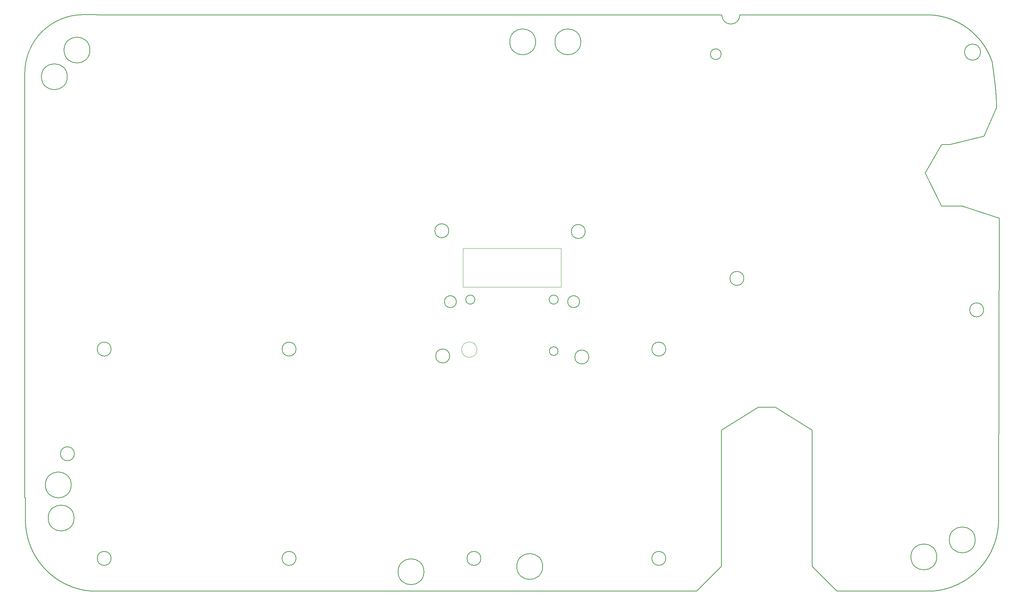
<source format=gbr>
%TF.GenerationSoftware,KiCad,Pcbnew,9.0.2*%
%TF.CreationDate,2025-05-14T09:05:42+08:00*%
%TF.ProjectId,MothBo,4d6f7468-426f-42e6-9b69-6361645f7063,5.0.0*%
%TF.SameCoordinates,Original*%
%TF.FileFunction,Profile,NP*%
%FSLAX46Y46*%
G04 Gerber Fmt 4.6, Leading zero omitted, Abs format (unit mm)*
G04 Created by KiCad (PCBNEW 9.0.2) date 2025-05-14 09:05:42*
%MOMM*%
%LPD*%
G01*
G04 APERTURE LIST*
%TA.AperFunction,Profile*%
%ADD10C,0.200000*%
%TD*%
%ADD11C,0.200000*%
%TA.AperFunction,Profile*%
%ADD12C,0.050000*%
%TD*%
G04 APERTURE END LIST*
D10*
X-73694035Y22608500D02*
X-73694035Y-23069495D01*
X50650000Y30234329D02*
G75*
G02*
X44350000Y30234329I-3150000J0D01*
G01*
X44350000Y30234329D02*
G75*
G02*
X50650000Y30234329I3150000J0D01*
G01*
X67299292Y36811260D02*
X67299292Y36811331D01*
X22435292Y36811331D02*
X22435292Y36811260D01*
D11*
X-63855603Y-101824590D02*
X-63822133Y-101841191D01*
X-63788627Y-101857721D01*
X-63755087Y-101874179D01*
X-63721511Y-101890565D01*
X-63687900Y-101906878D01*
X-63654254Y-101923120D01*
X-63620574Y-101939290D01*
X-63586859Y-101955388D01*
X-63553110Y-101971413D01*
X-63519327Y-101987366D01*
X-63485509Y-102003247D01*
X-63451658Y-102019055D01*
X-63417773Y-102034791D01*
X-63383854Y-102050454D01*
X-63349902Y-102066045D01*
X-63315917Y-102081562D01*
X-63281898Y-102097007D01*
X-63247847Y-102112379D01*
X-63213762Y-102127679D01*
X-63179645Y-102142905D01*
X-63145495Y-102158058D01*
X-63111313Y-102173138D01*
X-63077099Y-102188144D01*
X-63042853Y-102203078D01*
X-63008575Y-102217938D01*
X-62974264Y-102232725D01*
X-62939923Y-102247438D01*
X-62905550Y-102262077D01*
X-62871145Y-102276643D01*
X-62836710Y-102291136D01*
X-62802243Y-102305554D01*
X-62767745Y-102319899D01*
X-62733217Y-102334170D01*
X-62698659Y-102348367D01*
X-62664070Y-102362490D01*
X-62629450Y-102376539D01*
X-62594801Y-102390514D01*
X-62560122Y-102404414D01*
X-62525413Y-102418241D01*
X-62490674Y-102431993D01*
X-62455906Y-102445670D01*
X-62421109Y-102459274D01*
X-62386283Y-102472802D01*
X-62351427Y-102486256D01*
X-62316543Y-102499636D01*
X-62281630Y-102512941D01*
X-62246689Y-102526171D01*
X-62211720Y-102539326D01*
X-62176722Y-102552406D01*
X-62141696Y-102565411D01*
X-62106643Y-102578342D01*
X-62071562Y-102591197D01*
X-62036453Y-102603977D01*
X-62001317Y-102616682D01*
X-61966154Y-102629312D01*
X-61930963Y-102641867D01*
X-61895746Y-102654346D01*
X-61860502Y-102666750D01*
X-61825232Y-102679078D01*
X-61789935Y-102691331D01*
X-61754612Y-102703508D01*
X-61719263Y-102715609D01*
X-61683888Y-102727635D01*
X-61648487Y-102739585D01*
X-61613061Y-102751460D01*
X-61577609Y-102763258D01*
X-61542132Y-102774981D01*
X-61506630Y-102786627D01*
X-61471103Y-102798198D01*
X-61435552Y-102809692D01*
X-61399975Y-102821111D01*
X-61364375Y-102832453D01*
X-61328750Y-102843719D01*
X-61293101Y-102854909D01*
X-61257428Y-102866022D01*
X-61221731Y-102877059D01*
X-61186011Y-102888019D01*
X-61150267Y-102898903D01*
X-61114500Y-102909711D01*
X-61078710Y-102920442D01*
X-61042897Y-102931096D01*
X-61007061Y-102941674D01*
X-60971203Y-102952174D01*
X-60935322Y-102962598D01*
X-60899419Y-102972946D01*
X-60863493Y-102983216D01*
X-60827546Y-102993409D01*
X-60791577Y-103003526D01*
X-60755587Y-103013565D01*
X-60719575Y-103023527D01*
X-60683541Y-103033413D01*
X-60647487Y-103043221D01*
X-60629452Y-103048096D01*
X-60611412Y-103052951D01*
X-60593366Y-103057788D01*
X-60575316Y-103062605D01*
X-60557260Y-103067403D01*
X-60539199Y-103072181D01*
X-60521133Y-103076940D01*
X-60503062Y-103081680D01*
X-60484986Y-103086400D01*
X-60466904Y-103091102D01*
X-60448818Y-103095783D01*
X-60430727Y-103100446D01*
X-60412631Y-103105089D01*
X-60394530Y-103109712D01*
X-60376423Y-103114316D01*
X-60358312Y-103118901D01*
X-60340196Y-103123467D01*
X-60322076Y-103128013D01*
X-60303950Y-103132539D01*
X-60285819Y-103137047D01*
X-60267684Y-103141535D01*
X-60249544Y-103146003D01*
X-60231399Y-103150452D01*
X-60213249Y-103154882D01*
X-60195095Y-103159292D01*
X-60176936Y-103163682D01*
X-60158772Y-103168054D01*
X-60140604Y-103172405D01*
X-60122431Y-103176738D01*
X-60104253Y-103181051D01*
X-60086070Y-103185344D01*
X-60067883Y-103189618D01*
X-60049692Y-103193873D01*
X-60031496Y-103198108D01*
X-60013296Y-103202323D01*
X-59995090Y-103206519D01*
X-59976881Y-103210696D01*
X-59958667Y-103214853D01*
X-59940449Y-103218990D01*
X-59922226Y-103223108D01*
X-59903998Y-103227207D01*
X-59885767Y-103231286D01*
X-59867531Y-103235345D01*
X-59849291Y-103239385D01*
X-59831046Y-103243406D01*
X-59812797Y-103247407D01*
X-59794544Y-103251388D01*
X-59776286Y-103255350D01*
X-59758025Y-103259292D01*
X-59739759Y-103263215D01*
X-59721489Y-103267118D01*
X-59703215Y-103271002D01*
X-59684937Y-103274866D01*
X-59666654Y-103278710D01*
X-59648368Y-103282535D01*
X-59630077Y-103286340D01*
X-59611782Y-103290126D01*
X-59593483Y-103293892D01*
X-59575181Y-103297639D01*
X-59556874Y-103301366D01*
X-59538564Y-103305073D01*
X-59520249Y-103308761D01*
X-59501930Y-103312429D01*
X-59483608Y-103316078D01*
X-59465281Y-103319706D01*
X-59446951Y-103323316D01*
X-59428617Y-103326905D01*
X-59410279Y-103330475D01*
X-59391937Y-103334026D01*
X-59373592Y-103337556D01*
X-59355243Y-103341067D01*
X-59336890Y-103344559D01*
X-59318533Y-103348031D01*
X-59300172Y-103351483D01*
X-59281808Y-103354915D01*
X-59263441Y-103358328D01*
X-59245069Y-103361721D01*
X-59226694Y-103365095D01*
X-59208316Y-103368448D01*
X-59189933Y-103371783D01*
X-59171548Y-103375097D01*
X-59153158Y-103378392D01*
X-59134766Y-103381667D01*
X-59116369Y-103384922D01*
X-59097970Y-103388158D01*
X-59079567Y-103391374D01*
X-59061160Y-103394570D01*
X-59042750Y-103397747D01*
X-59024337Y-103400903D01*
X-59005920Y-103404041D01*
X-58987500Y-103407158D01*
X-58969076Y-103410256D01*
X-58950650Y-103413333D01*
X-58932220Y-103416392D01*
X-58913787Y-103419430D01*
X-58895350Y-103422449D01*
X-58876911Y-103425448D01*
X-58858468Y-103428427D01*
X-58840022Y-103431387D01*
X-58821572Y-103434326D01*
X-58803120Y-103437246D01*
X-58784665Y-103440147D01*
X-58766206Y-103443027D01*
X-58747744Y-103445888D01*
X-58729280Y-103448729D01*
X-58710812Y-103451550D01*
X-58692342Y-103454351D01*
X-58673868Y-103457133D01*
X-58655392Y-103459895D01*
X-58636912Y-103462637D01*
X-58618430Y-103465359D01*
X-58599944Y-103468062D01*
X-58581456Y-103470744D01*
X-58562965Y-103473407D01*
X-58544471Y-103476050D01*
X-58525974Y-103478674D01*
X-58507475Y-103481277D01*
X-58488972Y-103483861D01*
X-58470468Y-103486425D01*
X-58451959Y-103488969D01*
X-58433449Y-103491493D01*
X-58414936Y-103493997D01*
X-58396420Y-103496482D01*
X-58377901Y-103498947D01*
X-58359381Y-103501392D01*
X-58340857Y-103503817D01*
X-58322331Y-103506222D01*
X-58303801Y-103508607D01*
X-58285270Y-103510973D01*
X-58266736Y-103513319D01*
X-58248200Y-103515645D01*
X-58229661Y-103517951D01*
X-58211120Y-103520237D01*
X-58192576Y-103522503D01*
X-58174030Y-103524750D01*
X-58155481Y-103526976D01*
X-58136930Y-103529183D01*
X-58118376Y-103531370D01*
X-58099821Y-103533537D01*
X-58081263Y-103535684D01*
X-58062703Y-103537812D01*
X-58044140Y-103539919D01*
X-58025576Y-103542007D01*
X-58007008Y-103544074D01*
X-57988439Y-103546122D01*
X-57969868Y-103548150D01*
X-57951294Y-103550158D01*
X-57932718Y-103552146D01*
X-57914141Y-103554115D01*
X-57895560Y-103556063D01*
X-57876979Y-103557991D01*
X-57858394Y-103559900D01*
X-57839809Y-103561789D01*
X-57821220Y-103563658D01*
X-57802630Y-103565506D01*
X-57784038Y-103567336D01*
X-57765444Y-103569145D01*
X-57746847Y-103570934D01*
X-57728250Y-103572703D01*
X-57709650Y-103574452D01*
X-57691048Y-103576182D01*
X-57672444Y-103577891D01*
X-57653839Y-103579581D01*
X-57635232Y-103581251D01*
X-57616623Y-103582900D01*
X-57598012Y-103584530D01*
X-57579400Y-103586140D01*
X-57560785Y-103587730D01*
X-57542169Y-103589300D01*
X-57523551Y-103590850D01*
X-57504932Y-103592381D01*
X-57486311Y-103593891D01*
X-57467689Y-103595381D01*
X-57449064Y-103596852D01*
X-57430439Y-103598302D01*
X-57411811Y-103599733D01*
X-57393182Y-103601143D01*
X-57374551Y-103602534D01*
X-57355920Y-103603905D01*
X-57337286Y-103605255D01*
X-57318652Y-103606586D01*
X-57300015Y-103607897D01*
X-57267352Y-103610146D01*
D10*
X-73693989Y-23069495D02*
X-73693989Y-77054949D01*
D11*
X153514165Y34971412D02*
X153546730Y34954698D01*
X153579259Y34937912D01*
X153611750Y34921056D01*
X153644205Y34904129D01*
X153676623Y34887131D01*
X153709003Y34870062D01*
X153741346Y34852922D01*
X153773651Y34835712D01*
X153805919Y34818431D01*
X153838148Y34801080D01*
X153870340Y34783658D01*
X153902494Y34766167D01*
X153934609Y34748604D01*
X153966686Y34730972D01*
X153998724Y34713270D01*
X154030723Y34695498D01*
X154062683Y34677656D01*
X154094605Y34659744D01*
X154126487Y34641762D01*
X154158330Y34623711D01*
X154190133Y34605590D01*
X154221896Y34587399D01*
X154253620Y34569140D01*
X154285304Y34550811D01*
X154316948Y34532412D01*
X154348551Y34513945D01*
X154380114Y34495409D01*
X154411637Y34476803D01*
X154443119Y34458129D01*
X154474560Y34439386D01*
X154505960Y34420574D01*
X154537318Y34401694D01*
X154568636Y34382745D01*
X154599912Y34363728D01*
X154631147Y34344643D01*
X154662339Y34325489D01*
X154693490Y34306267D01*
X154724599Y34286977D01*
X154755666Y34267619D01*
X154786690Y34248193D01*
X154817672Y34228699D01*
X154848611Y34209138D01*
X154879508Y34189509D01*
X154910361Y34169812D01*
X154941172Y34150049D01*
X154971939Y34130217D01*
X155002663Y34110319D01*
X155033343Y34090353D01*
X155063980Y34070321D01*
X155094573Y34050221D01*
X155125122Y34030055D01*
X155155627Y34009822D01*
X155186088Y33989522D01*
X155216504Y33969155D01*
X155246876Y33948723D01*
X155277203Y33928223D01*
X155307486Y33907658D01*
X155337723Y33887026D01*
X155367915Y33866329D01*
X155398062Y33845565D01*
X155428164Y33824736D01*
X155458220Y33803840D01*
X155488230Y33782879D01*
X155518195Y33761853D01*
X155548114Y33740761D01*
X155577986Y33719603D01*
X155607812Y33698381D01*
X155637592Y33677093D01*
X155667325Y33655740D01*
X155697012Y33634322D01*
X155726652Y33612840D01*
X155756244Y33591292D01*
X155785790Y33569680D01*
X155815288Y33548004D01*
X155844739Y33526262D01*
X155874143Y33504457D01*
X155903499Y33482587D01*
X155932806Y33460654D01*
X155962066Y33438656D01*
X155991278Y33416594D01*
X156020442Y33394469D01*
X156049557Y33372280D01*
X156078624Y33350027D01*
X156107642Y33327711D01*
X156136611Y33305331D01*
X156165531Y33282888D01*
X156194402Y33260382D01*
X156223224Y33237813D01*
X156251996Y33215181D01*
X156266364Y33203841D01*
X156280719Y33192486D01*
X156295062Y33181115D01*
X156309393Y33169728D01*
X156323711Y33158326D01*
X156338016Y33146908D01*
X156352309Y33135474D01*
X156366590Y33124025D01*
X156380858Y33112560D01*
X156395114Y33101080D01*
X156409356Y33089584D01*
X156423587Y33078072D01*
X156437805Y33066545D01*
X156452010Y33055003D01*
X156466202Y33043445D01*
X156480382Y33031871D01*
X156494550Y33020282D01*
X156508704Y33008677D01*
X156522846Y32997057D01*
X156536976Y32985422D01*
X156551092Y32973771D01*
X156565196Y32962105D01*
X156579287Y32950423D01*
X156593365Y32938726D01*
X156607430Y32927013D01*
X156621483Y32915285D01*
X156635523Y32903542D01*
X156649550Y32891784D01*
X156663564Y32880010D01*
X156677565Y32868221D01*
X156691554Y32856416D01*
X156705529Y32844596D01*
X156719492Y32832761D01*
X156733441Y32820911D01*
X156747378Y32809046D01*
X156761301Y32797165D01*
X156775212Y32785269D01*
X156789110Y32773358D01*
X156802994Y32761432D01*
X156816866Y32749490D01*
X156830724Y32737534D01*
X156844570Y32725562D01*
X156858402Y32713575D01*
X156872222Y32701573D01*
X156886028Y32689556D01*
X156899821Y32677524D01*
X156913600Y32665477D01*
X156927367Y32653415D01*
X156941120Y32641337D01*
X156954861Y32629245D01*
X156968588Y32617138D01*
X156982301Y32605015D01*
X156996002Y32592878D01*
X157009689Y32580726D01*
X157023363Y32568559D01*
X157037024Y32556377D01*
X157050671Y32544180D01*
X157064305Y32531968D01*
X157077926Y32519741D01*
X157091533Y32507499D01*
X157105127Y32495243D01*
X157118707Y32482972D01*
X157132274Y32470686D01*
X157145828Y32458384D01*
X157159368Y32446069D01*
X157172895Y32433738D01*
X157186408Y32421393D01*
X157199907Y32409033D01*
X157213394Y32396658D01*
X157226866Y32384268D01*
X157240325Y32371864D01*
X157253771Y32359445D01*
X157267203Y32347011D01*
X157280621Y32334563D01*
X157294026Y32322100D01*
X157307417Y32309622D01*
X157320794Y32297130D01*
X157334158Y32284623D01*
X157347508Y32272102D01*
X157360844Y32259566D01*
X157374167Y32247015D01*
X157387476Y32234450D01*
X157400771Y32221871D01*
X157414053Y32209276D01*
X157427320Y32196668D01*
X157440574Y32184045D01*
X157453814Y32171407D01*
X157467040Y32158755D01*
X157480253Y32146089D01*
X157493451Y32133407D01*
X157506636Y32120712D01*
X157519807Y32108002D01*
X157532964Y32095278D01*
X157546107Y32082540D01*
X157559236Y32069787D01*
X157572351Y32057020D01*
X157585452Y32044238D01*
X157598539Y32031442D01*
X157611612Y32018633D01*
X157624671Y32005808D01*
X157637716Y31992970D01*
X157650748Y31980117D01*
X157663764Y31967250D01*
X157676768Y31954368D01*
X157689756Y31941473D01*
X157702731Y31928563D01*
X157715692Y31915639D01*
X157728638Y31902701D01*
X157741571Y31889749D01*
X157754489Y31876783D01*
X157767393Y31863802D01*
X157780283Y31850808D01*
X157793158Y31837799D01*
X157806020Y31824777D01*
X157818867Y31811740D01*
X157831700Y31798689D01*
X157844518Y31785625D01*
X157857323Y31772546D01*
X157870113Y31759453D01*
X157882888Y31746347D01*
X157895650Y31733226D01*
X157908397Y31720091D01*
X157921129Y31706943D01*
X157933848Y31693781D01*
X157946552Y31680605D01*
X157959241Y31667414D01*
X157971916Y31654211D01*
X157984577Y31640993D01*
X157997223Y31627761D01*
X158009855Y31614515D01*
X158022472Y31601256D01*
X158035075Y31587983D01*
X158047663Y31574697D01*
X158060237Y31561396D01*
X158072796Y31548082D01*
X158085341Y31534753D01*
X158097870Y31521412D01*
X158110386Y31508056D01*
X158122887Y31494687D01*
X158135373Y31481304D01*
X158147845Y31467908D01*
X158160302Y31454498D01*
X158172744Y31441075D01*
X158185172Y31427637D01*
X158197585Y31414187D01*
X158209983Y31400722D01*
X158222366Y31387244D01*
X158234735Y31373753D01*
X158247089Y31360248D01*
X158259429Y31346729D01*
X158271753Y31333198D01*
X158284063Y31319652D01*
X158296358Y31306093D01*
X158308638Y31292521D01*
X158320903Y31278935D01*
X158333154Y31265336D01*
X158345389Y31251724D01*
X158357610Y31238097D01*
X158369816Y31224458D01*
X158382007Y31210806D01*
X158394183Y31197140D01*
X158406344Y31183460D01*
X158418490Y31169768D01*
X158430622Y31156062D01*
X158442738Y31142343D01*
X158454839Y31128611D01*
X158466925Y31114865D01*
X158478997Y31101106D01*
X158491053Y31087335D01*
X158503094Y31073549D01*
X158515120Y31059751D01*
X158527131Y31045939D01*
X158539127Y31032115D01*
X158551108Y31018277D01*
X158563074Y31004426D01*
X158575025Y30990562D01*
X158597772Y30964088D01*
D10*
X-57850000Y28234329D02*
G75*
G02*
X-64150000Y28234329I-3150000J0D01*
G01*
X-64150000Y28234329D02*
G75*
G02*
X-57850000Y28234329I3150000J0D01*
G01*
X124006802Y-103610261D02*
X147062680Y-103610261D01*
X151500000Y5234329D02*
X159785355Y7234329D01*
X37329916Y-95625028D02*
G75*
G02*
X33929916Y-95625028I-1700000J0D01*
G01*
X33929916Y-95625028D02*
G75*
G02*
X37329916Y-95625028I1700000J0D01*
G01*
X63589014Y-46554763D02*
G75*
G02*
X60189014Y-46554763I-1700000J0D01*
G01*
X60189014Y-46554763D02*
G75*
G02*
X63589014Y-46554763I1700000J0D01*
G01*
D12*
X36374758Y-44765671D02*
G75*
G02*
X32625242Y-44765671I-1874758J0D01*
G01*
X32625242Y-44765671D02*
G75*
G02*
X36374758Y-44765671I1874758J0D01*
G01*
D10*
X-73534989Y-80772241D02*
X-73534989Y-83722241D01*
X158950000Y27734329D02*
G75*
G02*
X155050000Y27734329I-1950000J0D01*
G01*
X155050000Y27734329D02*
G75*
G02*
X158950000Y27734329I1950000J0D01*
G01*
X162814644Y15259273D02*
X162814644Y14198974D01*
X-52670084Y-44625028D02*
G75*
G02*
X-56070084Y-44625028I-1700000J0D01*
G01*
X-56070084Y-44625028D02*
G75*
G02*
X-52670084Y-44625028I1700000J0D01*
G01*
X61650000Y30234329D02*
G75*
G02*
X55350000Y30234329I-3150000J0D01*
G01*
X55350000Y30234329D02*
G75*
G02*
X61650000Y30234329I3150000J0D01*
G01*
D11*
X158597772Y30964088D02*
X158621568Y30936274D01*
X158645302Y30908408D01*
X158668976Y30880491D01*
X158692588Y30852522D01*
X158716140Y30824501D01*
X158739630Y30796429D01*
X158763058Y30768306D01*
X158786425Y30740132D01*
X158809731Y30711906D01*
X158832974Y30683630D01*
X158856156Y30655303D01*
X158879276Y30626926D01*
X158902333Y30598498D01*
X158925329Y30570020D01*
X158948262Y30541491D01*
X158971133Y30512913D01*
X158993941Y30484284D01*
X159016687Y30455606D01*
X159039370Y30426879D01*
X159061990Y30398101D01*
X159084547Y30369274D01*
X159107042Y30340398D01*
X159129473Y30311473D01*
X159151841Y30282499D01*
X159174145Y30253476D01*
X159196386Y30224405D01*
X159218564Y30195285D01*
X159240677Y30166116D01*
X159262727Y30136899D01*
X159284714Y30107634D01*
X159306636Y30078321D01*
X159328494Y30048960D01*
X159350288Y30019551D01*
X159372017Y29990095D01*
X159393683Y29960591D01*
X159415283Y29931040D01*
X159436820Y29901442D01*
X159458291Y29871796D01*
X159479698Y29842104D01*
X159501040Y29812365D01*
X159522316Y29782579D01*
X159543528Y29752747D01*
X159564674Y29722868D01*
X159585756Y29692944D01*
X159606771Y29662973D01*
X159627722Y29632956D01*
X159648606Y29602894D01*
X159669425Y29572786D01*
X159690178Y29542632D01*
X159710866Y29512433D01*
X159731487Y29482189D01*
X159752042Y29451900D01*
X159772531Y29421566D01*
X159792954Y29391187D01*
X159813310Y29360763D01*
X159833600Y29330295D01*
X159853823Y29299783D01*
X159873979Y29269226D01*
X159894069Y29238626D01*
X159914092Y29207982D01*
X159934048Y29177293D01*
X159953936Y29146562D01*
X159973758Y29115786D01*
X159993512Y29084968D01*
X160013199Y29054106D01*
X160032819Y29023202D01*
X160052371Y28992254D01*
X160071855Y28961264D01*
X160091272Y28930231D01*
X160110620Y28899156D01*
X160129901Y28868038D01*
X160149114Y28836879D01*
X160168259Y28805677D01*
X160187335Y28774434D01*
X160206343Y28743149D01*
X160225283Y28711822D01*
X160244154Y28680454D01*
X160262957Y28649045D01*
X160281691Y28617595D01*
X160300357Y28586104D01*
X160318953Y28554572D01*
X160337481Y28523000D01*
X160355939Y28491387D01*
X160374329Y28459734D01*
X160392649Y28428041D01*
X160410900Y28396307D01*
X160429082Y28364534D01*
X160447194Y28332722D01*
X160465236Y28300869D01*
X160474231Y28284928D01*
X160483209Y28268978D01*
X160492169Y28253017D01*
X160501112Y28237047D01*
X160510038Y28221067D01*
X160518946Y28205077D01*
X160527836Y28189077D01*
X160536709Y28173068D01*
X160545565Y28157049D01*
X160554403Y28141020D01*
X160563223Y28124982D01*
X160572026Y28108934D01*
X160580812Y28092876D01*
X160589580Y28076809D01*
X160598330Y28060732D01*
X160607063Y28044646D01*
X160615778Y28028550D01*
X160624475Y28012445D01*
X160633155Y27996330D01*
X160641818Y27980206D01*
X160650462Y27964072D01*
X160659089Y27947929D01*
X160667699Y27931776D01*
X160676291Y27915614D01*
X160684865Y27899443D01*
X160693421Y27883262D01*
X160701960Y27867072D01*
X160710481Y27850872D01*
X160718985Y27834664D01*
X160727470Y27818446D01*
X160735938Y27802219D01*
X160744388Y27785982D01*
X160752821Y27769736D01*
X160761235Y27753481D01*
X160769632Y27737217D01*
X160778012Y27720944D01*
X160786373Y27704662D01*
X160794716Y27688370D01*
X160803042Y27672069D01*
X160811350Y27655759D01*
X160819640Y27639441D01*
X160827913Y27623113D01*
X160836167Y27606776D01*
X160844404Y27590430D01*
X160852622Y27574075D01*
X160860823Y27557711D01*
X160869006Y27541339D01*
X160877171Y27524957D01*
X160885318Y27508566D01*
X160893447Y27492167D01*
X160901559Y27475758D01*
X160909652Y27459341D01*
X160917727Y27442915D01*
X160925785Y27426480D01*
X160933824Y27410036D01*
X160941846Y27393584D01*
X160949849Y27377123D01*
X160957835Y27360653D01*
X160965802Y27344174D01*
X160973752Y27327687D01*
X160981683Y27311191D01*
X160989597Y27294686D01*
X160997492Y27278173D01*
X161005370Y27261651D01*
X161013229Y27245120D01*
X161021070Y27228581D01*
X161028893Y27212034D01*
X161036699Y27195477D01*
X161044485Y27178913D01*
X161052254Y27162340D01*
X161060005Y27145758D01*
X161067738Y27129168D01*
X161075452Y27112569D01*
X161083149Y27095962D01*
X161090827Y27079347D01*
X161098487Y27062723D01*
X161106129Y27046091D01*
X161113752Y27029451D01*
X161121358Y27012802D01*
X161128945Y26996145D01*
X161136514Y26979480D01*
X161144065Y26962806D01*
X161151598Y26946125D01*
X161159112Y26929434D01*
X161166608Y26912736D01*
X161174086Y26896030D01*
X161181546Y26879316D01*
X161188987Y26862593D01*
X161196410Y26845862D01*
X161203815Y26829123D01*
X161211201Y26812376D01*
X161218570Y26795621D01*
X161225919Y26778858D01*
X161233251Y26762087D01*
X161240564Y26745308D01*
X161247859Y26728521D01*
X161255135Y26711726D01*
X161262394Y26694923D01*
X161269633Y26678112D01*
X161276855Y26661293D01*
X161284058Y26644467D01*
X161291243Y26627632D01*
X161298409Y26610790D01*
X161305557Y26593940D01*
X161312686Y26577082D01*
X161319797Y26560216D01*
X161326889Y26543343D01*
X161333964Y26526462D01*
X161341019Y26509573D01*
X161348057Y26492676D01*
X161355075Y26475772D01*
X161362075Y26458860D01*
X161369057Y26441941D01*
X161376020Y26425013D01*
X161382965Y26408079D01*
X161389891Y26391136D01*
X161396799Y26374186D01*
X161403688Y26357228D01*
X161410559Y26340264D01*
X161417411Y26323291D01*
X161424245Y26306311D01*
X161431060Y26289324D01*
X161437856Y26272329D01*
X161444634Y26255327D01*
X161451393Y26238317D01*
X161458134Y26221300D01*
X161464856Y26204276D01*
X161471560Y26187244D01*
X161478244Y26170205D01*
X161484911Y26153158D01*
X161491558Y26136105D01*
X161498187Y26119044D01*
X161504798Y26101976D01*
X161511389Y26084900D01*
X161517962Y26067818D01*
X161524517Y26050728D01*
X161531052Y26033632D01*
X161537569Y26016527D01*
X161544068Y25999416D01*
X161550547Y25982298D01*
X161557008Y25965173D01*
X161563450Y25948040D01*
X161569874Y25930901D01*
X161576278Y25913754D01*
X161582664Y25896601D01*
X161589032Y25879441D01*
X161595380Y25862274D01*
X161601710Y25845099D01*
X161608021Y25827918D01*
X161614313Y25810730D01*
X161620586Y25793535D01*
X161626841Y25776333D01*
X161633077Y25759125D01*
X161639294Y25741909D01*
X161645492Y25724687D01*
X161651671Y25707458D01*
X161657832Y25690222D01*
X161663974Y25672979D01*
X161670096Y25655730D01*
X161676200Y25638474D01*
X161682286Y25621212D01*
X161688352Y25603942D01*
X161694399Y25586667D01*
X161700428Y25569384D01*
X161706438Y25552095D01*
X161712428Y25534799D01*
X161718400Y25517497D01*
X161724353Y25500188D01*
X161730287Y25482873D01*
X161736203Y25465550D01*
X161742099Y25448223D01*
X161747976Y25430887D01*
X161753834Y25413547D01*
X161759674Y25396198D01*
X161765494Y25378845D01*
X161771296Y25361484D01*
X161782453Y25327919D01*
D10*
X56151016Y-32571262D02*
G75*
G02*
X53951016Y-32571262I-1100000J0D01*
G01*
X53951016Y-32571262D02*
G75*
G02*
X56151016Y-32571262I1100000J0D01*
G01*
X62732305Y-15973850D02*
G75*
G02*
X59332305Y-15973850I-1700000J0D01*
G01*
X59332305Y-15973850D02*
G75*
G02*
X62732305Y-15973850I1700000J0D01*
G01*
X-73694035Y-23069495D02*
X-73693989Y-23069495D01*
X163332009Y-85752130D02*
X163332009Y-86200250D01*
X159700000Y-35065671D02*
G75*
G02*
X156300000Y-35065671I-1700000J0D01*
G01*
X156300000Y-35065671D02*
G75*
G02*
X159700000Y-35065671I1700000J0D01*
G01*
X109006802Y-58765671D02*
X117977513Y-64422592D01*
X163514644Y-12765671D02*
X154485355Y-9765671D01*
X16848510Y36811260D02*
X-56199485Y36811260D01*
X23462424Y-98878433D02*
G75*
G02*
X17162424Y-98878433I-3150000J0D01*
G01*
X17162424Y-98878433D02*
G75*
G02*
X23462424Y-98878433I3150000J0D01*
G01*
D12*
X32930000Y-20131342D02*
X32960000Y-29511342D01*
D10*
X149500000Y5234329D02*
X151500000Y5234329D01*
X157650000Y-91115671D02*
G75*
G02*
X151350000Y-91115671I-3150000J0D01*
G01*
X151350000Y-91115671D02*
G75*
G02*
X157650000Y-91115671I3150000J0D01*
G01*
X61351016Y-33071262D02*
G75*
G02*
X58451016Y-33071262I-1450000J0D01*
G01*
X58451016Y-33071262D02*
G75*
G02*
X61351016Y-33071262I1450000J0D01*
G01*
X16848510Y36811506D02*
X16848510Y36811260D01*
X-73693989Y-77054949D02*
X-73694302Y-77054949D01*
X147078186Y-103609203D02*
X147064372Y-103610146D01*
X-62392910Y-77721972D02*
G75*
G02*
X-68692910Y-77721972I-3150000J0D01*
G01*
X-68692910Y-77721972D02*
G75*
G02*
X-62392910Y-77721972I3150000J0D01*
G01*
X82329916Y-44625028D02*
G75*
G02*
X78929916Y-44625028I-1700000J0D01*
G01*
X78929916Y-44625028D02*
G75*
G02*
X82329916Y-44625028I1700000J0D01*
G01*
X-7670084Y-95625028D02*
G75*
G02*
X-11070084Y-95625028I-1700000J0D01*
G01*
X-11070084Y-95625028D02*
G75*
G02*
X-7670084Y-95625028I1700000J0D01*
G01*
X89854224Y-103610261D02*
X95883513Y-97580972D01*
X29514021Y-15794290D02*
G75*
G02*
X26114021Y-15794290I-1700000J0D01*
G01*
X26114021Y-15794290D02*
G75*
G02*
X29514021Y-15794290I1700000J0D01*
G01*
X-56199485Y36811260D02*
X-56199485Y36858505D01*
X-52670084Y-95625028D02*
G75*
G02*
X-56070084Y-95625028I-1700000J0D01*
G01*
X-56070084Y-95625028D02*
G75*
G02*
X-52670084Y-95625028I1700000J0D01*
G01*
X-61705870Y-85791634D02*
G75*
G02*
X-68005870Y-85791634I-3150000J0D01*
G01*
X-68005870Y-85791634D02*
G75*
G02*
X-61705870Y-85791634I3150000J0D01*
G01*
X149500000Y-9765671D02*
X145500000Y-1765671D01*
D11*
X-73346080Y-88760895D02*
X-73349089Y-88740544D01*
X-73352075Y-88720211D01*
X-73355016Y-88700046D01*
X-73357934Y-88679897D01*
X-73360809Y-88659908D01*
X-73363662Y-88639933D01*
X-73366472Y-88620109D01*
X-73369261Y-88600299D01*
X-73372009Y-88580632D01*
X-73374735Y-88560977D01*
X-73377422Y-88541458D01*
X-73380087Y-88521950D01*
X-73382714Y-88502571D01*
X-73385320Y-88483201D01*
X-73387889Y-88463953D01*
X-73390436Y-88444714D01*
X-73392948Y-88425590D01*
X-73395439Y-88406473D01*
X-73397896Y-88387467D01*
X-73400331Y-88368466D01*
X-73402733Y-88349569D01*
X-73405114Y-88330677D01*
X-73407462Y-88311883D01*
X-73409789Y-88293093D01*
X-73412085Y-88274396D01*
X-73414361Y-88255701D01*
X-73416605Y-88237095D01*
X-73418829Y-88218489D01*
X-73421023Y-88199967D01*
X-73423197Y-88181444D01*
X-73425341Y-88163001D01*
X-73427465Y-88144556D01*
X-73429560Y-88126186D01*
X-73431636Y-88107813D01*
X-73433683Y-88089511D01*
X-73435711Y-88071204D01*
X-73437711Y-88052964D01*
X-73439691Y-88034719D01*
X-73441645Y-88016536D01*
X-73443579Y-87998347D01*
X-73445487Y-87980217D01*
X-73447375Y-87962079D01*
X-73449237Y-87943996D01*
X-73451080Y-87925905D01*
X-73452898Y-87907864D01*
X-73454696Y-87889815D01*
X-73456470Y-87871813D01*
X-73458224Y-87853801D01*
X-73459955Y-87835832D01*
X-73461665Y-87817853D01*
X-73463352Y-87799913D01*
X-73465020Y-87781963D01*
X-73466665Y-87764048D01*
X-73468290Y-87746121D01*
X-73469893Y-87728228D01*
X-73471476Y-87710321D01*
X-73473037Y-87692444D01*
X-73474578Y-87674553D01*
X-73476098Y-87656689D01*
X-73477598Y-87638810D01*
X-73479076Y-87620954D01*
X-73480536Y-87603083D01*
X-73481974Y-87585232D01*
X-73483393Y-87567364D01*
X-73484790Y-87549515D01*
X-73486169Y-87531647D01*
X-73487527Y-87513794D01*
X-73488866Y-87495923D01*
X-73490183Y-87478064D01*
X-73491483Y-87460185D01*
X-73492761Y-87442316D01*
X-73494021Y-87424426D01*
X-73495260Y-87406543D01*
X-73496481Y-87388638D01*
X-73497681Y-87370737D01*
X-73498863Y-87352814D01*
X-73500025Y-87334892D01*
X-73501168Y-87316947D01*
X-73502291Y-87299001D01*
X-73503395Y-87281030D01*
X-73504480Y-87263055D01*
X-73505546Y-87245056D01*
X-73506593Y-87227049D01*
X-73507621Y-87209017D01*
X-73508629Y-87190976D01*
X-73509619Y-87172908D01*
X-73510589Y-87154827D01*
X-73511541Y-87136720D01*
X-73512474Y-87118598D01*
X-73513388Y-87100448D01*
X-73514282Y-87082280D01*
X-73515159Y-87064083D01*
X-73516016Y-87045867D01*
X-73516854Y-87027621D01*
X-73517674Y-87009352D01*
X-73518474Y-86991052D01*
X-73519256Y-86972728D01*
X-73520019Y-86954372D01*
X-73520763Y-86935988D01*
X-73521489Y-86917573D01*
X-73522196Y-86899126D01*
X-73522883Y-86880647D01*
X-73523553Y-86862135D01*
X-73524203Y-86843590D01*
X-73524834Y-86825008D01*
X-73525447Y-86806392D01*
X-73526041Y-86787738D01*
X-73526616Y-86769049D01*
X-73527172Y-86750319D01*
X-73527709Y-86731552D01*
X-73528228Y-86712742D01*
X-73528727Y-86693896D01*
X-73529208Y-86675003D01*
X-73529669Y-86656072D01*
X-73530536Y-86618074D01*
X-73531326Y-86579896D01*
X-73532040Y-86541529D01*
X-73532678Y-86502968D01*
X-73533239Y-86464204D01*
X-73533723Y-86425231D01*
X-73534129Y-86386041D01*
X-73534457Y-86346628D01*
X-73534707Y-86306982D01*
X-73534879Y-86267098D01*
X-73534972Y-86226967D01*
X-73534989Y-86200250D01*
D10*
X147064372Y-103610146D02*
X147062680Y-103610261D01*
D12*
X56850000Y-29511342D02*
X56820000Y-20141342D01*
D10*
X-7670084Y-44625028D02*
G75*
G02*
X-11070084Y-44625028I-1700000J0D01*
G01*
X-11070084Y-44625028D02*
G75*
G02*
X-7670084Y-44625028I1700000J0D01*
G01*
D11*
X142518545Y36811260D02*
X143144857Y36811248D01*
X143432811Y36811218D01*
X143704742Y36811160D01*
X143961237Y36811065D01*
X144202879Y36810924D01*
X144430254Y36810726D01*
X144538774Y36810603D01*
X144643947Y36810463D01*
X144745845Y36810304D01*
X144844542Y36810125D01*
X144940110Y36809925D01*
X145032624Y36809703D01*
X145122155Y36809457D01*
X145208778Y36809187D01*
X145292565Y36808891D01*
X145373590Y36808569D01*
X145451925Y36808218D01*
X145527643Y36807838D01*
X145600819Y36807428D01*
X145671524Y36806986D01*
X145739832Y36806512D01*
X145805816Y36806004D01*
X145869549Y36805460D01*
X145931104Y36804881D01*
X145990555Y36804264D01*
X146047974Y36803608D01*
X146103435Y36802913D01*
X146157011Y36802177D01*
X146208774Y36801399D01*
X146258798Y36800578D01*
X146307157Y36799712D01*
X146353922Y36798801D01*
X146399168Y36797843D01*
X146421243Y36797346D01*
X146442967Y36796837D01*
X146464346Y36796316D01*
X146485392Y36795782D01*
X146506113Y36795236D01*
X146526517Y36794677D01*
X146546615Y36794105D01*
X146566415Y36793520D01*
X146585926Y36792922D01*
X146605158Y36792311D01*
X146624120Y36791686D01*
X146642821Y36791048D01*
X146661269Y36790396D01*
X146679475Y36789730D01*
X146697447Y36789051D01*
X146715195Y36788357D01*
X146732727Y36787648D01*
X146750052Y36786926D01*
X146767181Y36786188D01*
X146784121Y36785436D01*
X146800883Y36784669D01*
X146817475Y36783887D01*
X146833906Y36783090D01*
X146850186Y36782277D01*
X146866323Y36781449D01*
X146882328Y36780606D01*
X146898208Y36779746D01*
X146913973Y36778871D01*
X146929633Y36777979D01*
X146945196Y36777072D01*
X146960671Y36776148D01*
X146976068Y36775207D01*
X146991396Y36774250D01*
X147006664Y36773276D01*
X147037055Y36771278D01*
X147067316Y36769210D01*
X147097520Y36767072D01*
X147127739Y36764863D01*
X147158047Y36762582D01*
X147188516Y36760227D01*
D10*
X19948510Y36811260D02*
X19948510Y36811506D01*
X67299292Y36811260D02*
X95967313Y36811260D01*
D11*
X-72920142Y-90791491D02*
X-72930040Y-90755046D01*
X-72939850Y-90718622D01*
X-72949571Y-90682219D01*
X-72959204Y-90645836D01*
X-72968750Y-90609472D01*
X-72978209Y-90573125D01*
X-72987581Y-90536796D01*
X-72996866Y-90500482D01*
X-73006066Y-90464183D01*
X-73015179Y-90427898D01*
X-73024208Y-90391625D01*
X-73033151Y-90355364D01*
X-73042009Y-90319113D01*
X-73050783Y-90282871D01*
X-73059473Y-90246638D01*
X-73068080Y-90210411D01*
X-73076603Y-90174190D01*
X-73085043Y-90137973D01*
X-73093401Y-90101759D01*
X-73101676Y-90065547D01*
X-73109869Y-90029336D01*
X-73117981Y-89993123D01*
X-73126012Y-89956907D01*
X-73133962Y-89920688D01*
X-73141832Y-89884463D01*
X-73149621Y-89848232D01*
X-73157331Y-89811992D01*
X-73164961Y-89775741D01*
X-73172513Y-89739479D01*
X-73179986Y-89703203D01*
X-73187380Y-89666912D01*
X-73194697Y-89630603D01*
X-73201936Y-89594276D01*
X-73209098Y-89557928D01*
X-73216184Y-89521556D01*
X-73223193Y-89485160D01*
X-73230126Y-89448737D01*
X-73236983Y-89412284D01*
X-73243766Y-89375800D01*
X-73250473Y-89339283D01*
X-73257106Y-89302729D01*
X-73263666Y-89266136D01*
X-73270151Y-89229502D01*
X-73276564Y-89192824D01*
X-73282903Y-89156099D01*
X-73289171Y-89119325D01*
X-73295366Y-89082499D01*
X-73301491Y-89045617D01*
X-73307544Y-89008676D01*
X-73313526Y-88971672D01*
X-73319439Y-88934604D01*
X-73325282Y-88897466D01*
X-73331056Y-88860255D01*
X-73336761Y-88822967D01*
X-73342398Y-88785599D01*
X-73346080Y-88760895D01*
D10*
X117977513Y-97580972D02*
X124006802Y-103610261D01*
D11*
X-68100464Y-98854530D02*
X-68073344Y-98880226D01*
X-68046169Y-98905864D01*
X-68018939Y-98931444D01*
X-67991654Y-98956965D01*
X-67964314Y-98982428D01*
X-67936920Y-99007833D01*
X-67909472Y-99033179D01*
X-67881969Y-99058466D01*
X-67854412Y-99083694D01*
X-67826802Y-99108863D01*
X-67799137Y-99133973D01*
X-67771418Y-99159024D01*
X-67743646Y-99184016D01*
X-67715821Y-99208948D01*
X-67687942Y-99233820D01*
X-67660009Y-99258633D01*
X-67632024Y-99283386D01*
X-67603986Y-99308079D01*
X-67575894Y-99332712D01*
X-67547750Y-99357284D01*
X-67519554Y-99381797D01*
X-67491305Y-99406249D01*
X-67463003Y-99430641D01*
X-67434650Y-99454972D01*
X-67406244Y-99479242D01*
X-67377786Y-99503452D01*
X-67349277Y-99527600D01*
X-67320716Y-99551688D01*
X-67292103Y-99575714D01*
X-67263439Y-99599679D01*
X-67234723Y-99623583D01*
X-67205957Y-99647425D01*
X-67177139Y-99671206D01*
X-67148270Y-99694925D01*
X-67119351Y-99718582D01*
X-67090381Y-99742177D01*
X-67061361Y-99765710D01*
X-67032290Y-99789181D01*
X-67003169Y-99812590D01*
X-66973997Y-99835936D01*
X-66944776Y-99859220D01*
X-66915505Y-99882441D01*
X-66886185Y-99905599D01*
X-66856815Y-99928695D01*
X-66827395Y-99951728D01*
X-66797926Y-99974698D01*
X-66768408Y-99997604D01*
X-66738841Y-100020448D01*
X-66709225Y-100043228D01*
X-66694399Y-100054594D01*
X-66679560Y-100065945D01*
X-66664710Y-100077279D01*
X-66649847Y-100088598D01*
X-66634972Y-100099900D01*
X-66620085Y-100111187D01*
X-66605186Y-100122458D01*
X-66590275Y-100133713D01*
X-66575352Y-100144952D01*
X-66560417Y-100156175D01*
X-66545470Y-100167382D01*
X-66530511Y-100178572D01*
X-66515540Y-100189747D01*
X-66500557Y-100200906D01*
X-66485562Y-100212049D01*
X-66470555Y-100223176D01*
X-66455536Y-100234287D01*
X-66440505Y-100245381D01*
X-66425463Y-100256460D01*
X-66410408Y-100267522D01*
X-66395342Y-100278568D01*
X-66380264Y-100289599D01*
X-66365174Y-100300613D01*
X-66350072Y-100311611D01*
X-66334959Y-100322592D01*
X-66319833Y-100333558D01*
X-66304696Y-100344507D01*
X-66289548Y-100355440D01*
X-66274387Y-100366357D01*
X-66259215Y-100377258D01*
X-66244032Y-100388142D01*
X-66228836Y-100399010D01*
X-66213629Y-100409862D01*
X-66198411Y-100420698D01*
X-66183181Y-100431517D01*
X-66167939Y-100442320D01*
X-66152685Y-100453107D01*
X-66137421Y-100463877D01*
X-66122144Y-100474631D01*
X-66106856Y-100485369D01*
X-66091557Y-100496090D01*
X-66076246Y-100506795D01*
X-66060924Y-100517483D01*
X-66045590Y-100528155D01*
X-66030245Y-100538811D01*
X-66014888Y-100549450D01*
X-65999520Y-100560073D01*
X-65984141Y-100570679D01*
X-65968751Y-100581269D01*
X-65953348Y-100591842D01*
X-65937935Y-100602399D01*
X-65922511Y-100612939D01*
X-65907075Y-100623463D01*
X-65891628Y-100633970D01*
X-65876169Y-100644461D01*
X-65860700Y-100654935D01*
X-65845219Y-100665393D01*
X-65829727Y-100675834D01*
X-65814224Y-100686258D01*
X-65798710Y-100696666D01*
X-65783184Y-100707057D01*
X-65767648Y-100717432D01*
X-65752100Y-100727790D01*
X-65736541Y-100738131D01*
X-65720972Y-100748456D01*
X-65705391Y-100758764D01*
X-65689799Y-100769055D01*
X-65674196Y-100779329D01*
X-65658583Y-100789587D01*
X-65642958Y-100799828D01*
X-65627322Y-100810053D01*
X-65611675Y-100820260D01*
X-65596018Y-100830451D01*
X-65580349Y-100840625D01*
X-65564670Y-100850783D01*
X-65548980Y-100860923D01*
X-65533279Y-100871047D01*
X-65517567Y-100881154D01*
X-65501844Y-100891244D01*
X-65486111Y-100901317D01*
X-65470366Y-100911374D01*
X-65454611Y-100921413D01*
X-65438846Y-100931436D01*
X-65423069Y-100941442D01*
X-65407282Y-100951430D01*
X-65391484Y-100961402D01*
X-65375676Y-100971357D01*
X-65359856Y-100981296D01*
X-65344027Y-100991217D01*
X-65328186Y-101001121D01*
X-65312335Y-101011008D01*
X-65296473Y-101020878D01*
X-65280602Y-101030732D01*
X-65264719Y-101040568D01*
X-65248826Y-101050387D01*
X-65232922Y-101060189D01*
X-65217008Y-101069974D01*
X-65201083Y-101079743D01*
X-65185148Y-101089494D01*
X-65169202Y-101099228D01*
X-65153247Y-101108945D01*
X-65137280Y-101118645D01*
X-65121304Y-101128327D01*
X-65105316Y-101137993D01*
X-65089319Y-101147642D01*
X-65073311Y-101157273D01*
X-65057294Y-101166887D01*
X-65041265Y-101176484D01*
X-65025227Y-101186064D01*
X-65009178Y-101195627D01*
X-64993119Y-101205173D01*
X-64977049Y-101214701D01*
X-64960970Y-101224212D01*
X-64944880Y-101233706D01*
X-64928781Y-101243183D01*
X-64912671Y-101252642D01*
X-64896551Y-101262084D01*
X-64880421Y-101271510D01*
X-64864281Y-101280917D01*
X-64848130Y-101290308D01*
X-64831970Y-101299681D01*
X-64815799Y-101309037D01*
X-64799619Y-101318375D01*
X-64783429Y-101327696D01*
X-64767229Y-101337000D01*
X-64751018Y-101346286D01*
X-64734798Y-101355555D01*
X-64718568Y-101364807D01*
X-64702328Y-101374041D01*
X-64686078Y-101383259D01*
X-64669818Y-101392458D01*
X-64653549Y-101401640D01*
X-64637269Y-101410805D01*
X-64620980Y-101419952D01*
X-64604681Y-101429082D01*
X-64588372Y-101438195D01*
X-64572054Y-101447289D01*
X-64555725Y-101456367D01*
X-64539387Y-101465427D01*
X-64523039Y-101474470D01*
X-64506682Y-101483494D01*
X-64490315Y-101492502D01*
X-64473939Y-101501492D01*
X-64457552Y-101510464D01*
X-64441156Y-101519419D01*
X-64424751Y-101528357D01*
X-64408336Y-101537276D01*
X-64391911Y-101546179D01*
X-64375477Y-101555063D01*
X-64359033Y-101563930D01*
X-64342580Y-101572779D01*
X-64326117Y-101581611D01*
X-64309645Y-101590425D01*
X-64293163Y-101599222D01*
X-64276673Y-101608001D01*
X-64260172Y-101616762D01*
X-64243663Y-101625506D01*
X-64227143Y-101634232D01*
X-64210615Y-101642940D01*
X-64194077Y-101651630D01*
X-64177530Y-101660303D01*
X-64160973Y-101668958D01*
X-64144408Y-101677596D01*
X-64127833Y-101686215D01*
X-64111249Y-101694817D01*
X-64094655Y-101703402D01*
X-64078053Y-101711968D01*
X-64061440Y-101720517D01*
X-64044820Y-101729047D01*
X-64028189Y-101737561D01*
X-64011551Y-101746056D01*
X-63994902Y-101754533D01*
X-63978245Y-101762993D01*
X-63961578Y-101771435D01*
X-63944903Y-101779859D01*
X-63928218Y-101788265D01*
X-63911524Y-101796653D01*
X-63894821Y-101805024D01*
X-63878110Y-101813376D01*
X-63861389Y-101821711D01*
X-63855603Y-101824590D01*
D10*
X-57267352Y-103610146D02*
X-57265660Y-103610261D01*
X67299292Y36811331D02*
X22435292Y36811331D01*
X95883513Y-97580972D02*
X95883513Y-64422592D01*
X-57265660Y-103610261D02*
X89854224Y-103610261D01*
D12*
X32960000Y-29511342D02*
X56850000Y-29511342D01*
X56820000Y-20141342D02*
X32930000Y-20131342D01*
D11*
X156602021Y-99969195D02*
X156572836Y-99991867D01*
X156543596Y-100014480D01*
X156514301Y-100037034D01*
X156484952Y-100059530D01*
X156455547Y-100081967D01*
X156426088Y-100104345D01*
X156396575Y-100126664D01*
X156367007Y-100148923D01*
X156337386Y-100171123D01*
X156307710Y-100193264D01*
X156277981Y-100215345D01*
X156248198Y-100237366D01*
X156218362Y-100259327D01*
X156188472Y-100281228D01*
X156158529Y-100303069D01*
X156128533Y-100324849D01*
X156098484Y-100346569D01*
X156068383Y-100368229D01*
X156038229Y-100389827D01*
X156008023Y-100411365D01*
X155977764Y-100432842D01*
X155947454Y-100454257D01*
X155917091Y-100475612D01*
X155886677Y-100496904D01*
X155856211Y-100518136D01*
X155825694Y-100539306D01*
X155795126Y-100560413D01*
X155764507Y-100581459D01*
X155733836Y-100602443D01*
X155703115Y-100623365D01*
X155672343Y-100644224D01*
X155641521Y-100665021D01*
X155610649Y-100685755D01*
X155579727Y-100706427D01*
X155548754Y-100727036D01*
X155517732Y-100747581D01*
X155486661Y-100768064D01*
X155455540Y-100788483D01*
X155424370Y-100808839D01*
X155393150Y-100829132D01*
X155361882Y-100849361D01*
X155330566Y-100869526D01*
X155299200Y-100889627D01*
X155267787Y-100909664D01*
X155236325Y-100929637D01*
X155204815Y-100949545D01*
X155173258Y-100969390D01*
X155141652Y-100989169D01*
X155110000Y-101008884D01*
X155078300Y-101028535D01*
X155046553Y-101048120D01*
X155014759Y-101067640D01*
X154982918Y-101087095D01*
X154951031Y-101106485D01*
X154919098Y-101125809D01*
X154887118Y-101145068D01*
X154855092Y-101164261D01*
X154823021Y-101183389D01*
X154790904Y-101202450D01*
X154758741Y-101221445D01*
X154726534Y-101240374D01*
X154694281Y-101259237D01*
X154661983Y-101278033D01*
X154629641Y-101296763D01*
X154597254Y-101315426D01*
X154564823Y-101334023D01*
X154532348Y-101352552D01*
X154499829Y-101371014D01*
X154467267Y-101389409D01*
X154434660Y-101407737D01*
X154402011Y-101425998D01*
X154369318Y-101444191D01*
X154336583Y-101462316D01*
X154303805Y-101480373D01*
X154270984Y-101498363D01*
X154238121Y-101516284D01*
X154205215Y-101534138D01*
X154172268Y-101551923D01*
X154139279Y-101569640D01*
X154106249Y-101587288D01*
X154073177Y-101604867D01*
X154040064Y-101622378D01*
X154006911Y-101639820D01*
X153973716Y-101657193D01*
X153940481Y-101674497D01*
X153907206Y-101691732D01*
X153873890Y-101708898D01*
X153840535Y-101725994D01*
X153807140Y-101743020D01*
X153773705Y-101759977D01*
X153740232Y-101776864D01*
X153706719Y-101793681D01*
X153673167Y-101810429D01*
X153639576Y-101827106D01*
X153605948Y-101843713D01*
X153572280Y-101860249D01*
X153538575Y-101876715D01*
X153504832Y-101893111D01*
X153471052Y-101909436D01*
X153437234Y-101925690D01*
X153403379Y-101941873D01*
X153369487Y-101957985D01*
X153335558Y-101974026D01*
X153301592Y-101989996D01*
X153267590Y-102005895D01*
X153233553Y-102021722D01*
X153199479Y-102037478D01*
X153165369Y-102053162D01*
X153131225Y-102068774D01*
X153097044Y-102084315D01*
X153062829Y-102099783D01*
X153028579Y-102115180D01*
X152994295Y-102130504D01*
X152959976Y-102145756D01*
X152925622Y-102160936D01*
X152891235Y-102176043D01*
X152856815Y-102191077D01*
X152822360Y-102206039D01*
X152787873Y-102220929D01*
X152753352Y-102235745D01*
X152718798Y-102250488D01*
X152684212Y-102265159D01*
X152649594Y-102279756D01*
X152614943Y-102294280D01*
X152580261Y-102308730D01*
X152545546Y-102323108D01*
X152510800Y-102337411D01*
X152476023Y-102351641D01*
X152441215Y-102365797D01*
X152406376Y-102379880D01*
X152371507Y-102393888D01*
X152336607Y-102407823D01*
X152301677Y-102421683D01*
X152266717Y-102435469D01*
X152231727Y-102449181D01*
X152196708Y-102462819D01*
X152161659Y-102476382D01*
X152126582Y-102489870D01*
X152091476Y-102503284D01*
X152056341Y-102516623D01*
X152021178Y-102529888D01*
X151985987Y-102543077D01*
X151950767Y-102556192D01*
X151915521Y-102569231D01*
X151880247Y-102582195D01*
X151844945Y-102595084D01*
X151827284Y-102601500D01*
X151809617Y-102607898D01*
X151791943Y-102614276D01*
X151774262Y-102620636D01*
X151756575Y-102626977D01*
X151738880Y-102633299D01*
X151721180Y-102639602D01*
X151703473Y-102645886D01*
X151685759Y-102652151D01*
X151668039Y-102658398D01*
X151650312Y-102664625D01*
X151632579Y-102670833D01*
X151614840Y-102677023D01*
X151597094Y-102683193D01*
X151579342Y-102689345D01*
X151561584Y-102695478D01*
X151543819Y-102701591D01*
X151526048Y-102707686D01*
X151508271Y-102713761D01*
X151490488Y-102719818D01*
X151472698Y-102725855D01*
X151454903Y-102731874D01*
X151437101Y-102737873D01*
X151419293Y-102743854D01*
X151401479Y-102749815D01*
X151383659Y-102755757D01*
X151365834Y-102761680D01*
X151348002Y-102767584D01*
X151330164Y-102773469D01*
X151312320Y-102779335D01*
X151294471Y-102785182D01*
X151276616Y-102791009D01*
X151258755Y-102796818D01*
X151240887Y-102802607D01*
X151223015Y-102808377D01*
X151205136Y-102814128D01*
X151187252Y-102819860D01*
X151169363Y-102825572D01*
X151151467Y-102831266D01*
X151133566Y-102836940D01*
X151115660Y-102842595D01*
X151097747Y-102848231D01*
X151079830Y-102853847D01*
X151061907Y-102859444D01*
X151043978Y-102865022D01*
X151026044Y-102870581D01*
X151008105Y-102876121D01*
X150990160Y-102881641D01*
X150972210Y-102887142D01*
X150954254Y-102892623D01*
X150936294Y-102898086D01*
X150918327Y-102903529D01*
X150900356Y-102908952D01*
X150882380Y-102914357D01*
X150864398Y-102919742D01*
X150846411Y-102925108D01*
X150828420Y-102930454D01*
X150810423Y-102935781D01*
X150792421Y-102941089D01*
X150774414Y-102946377D01*
X150756402Y-102951646D01*
X150738385Y-102956896D01*
X150720363Y-102962126D01*
X150702336Y-102967336D01*
X150684305Y-102972528D01*
X150666268Y-102977700D01*
X150648227Y-102982852D01*
X150630180Y-102987985D01*
X150612130Y-102993099D01*
X150594074Y-102998193D01*
X150576014Y-103003268D01*
X150557949Y-103008323D01*
X150539879Y-103013359D01*
X150521805Y-103018375D01*
X150503726Y-103023372D01*
X150485643Y-103028349D01*
X150467555Y-103033307D01*
X150449463Y-103038245D01*
X150431366Y-103043164D01*
X150413264Y-103048063D01*
X150395159Y-103052943D01*
X150377049Y-103057803D01*
X150358935Y-103062644D01*
X150340816Y-103067465D01*
X150322693Y-103072266D01*
X150304565Y-103077048D01*
X150286434Y-103081811D01*
X150268298Y-103086554D01*
X150250159Y-103091277D01*
X150232014Y-103095981D01*
X150213867Y-103100665D01*
X150195714Y-103105329D01*
X150177558Y-103109974D01*
X150159397Y-103114599D01*
X150141234Y-103119205D01*
X150123065Y-103123791D01*
X150104893Y-103128357D01*
X150086717Y-103132904D01*
X150068537Y-103137431D01*
X150050353Y-103141938D01*
X150032166Y-103146426D01*
X150013974Y-103150894D01*
X149995779Y-103155343D01*
X149977580Y-103159771D01*
X149959378Y-103164180D01*
X149941171Y-103168570D01*
X149922961Y-103172939D01*
X149904747Y-103177290D01*
X149886531Y-103181620D01*
X149868310Y-103185930D01*
X149850086Y-103190221D01*
X149831858Y-103194492D01*
X149813627Y-103198744D01*
X149795392Y-103202975D01*
X149777154Y-103207187D01*
X149758912Y-103211379D01*
X149740668Y-103215552D01*
X149722420Y-103219704D01*
X149704169Y-103223837D01*
X149685914Y-103227950D01*
X149667656Y-103232044D01*
X149649395Y-103236117D01*
X149631131Y-103240171D01*
X149612863Y-103244205D01*
X149594593Y-103248219D01*
X149576319Y-103252214D01*
X149558043Y-103256188D01*
X149539762Y-103260143D01*
X149521480Y-103264078D01*
X149503194Y-103267993D01*
X149484906Y-103271888D01*
X149466614Y-103275764D01*
X149448320Y-103279619D01*
X149430022Y-103283455D01*
X149411722Y-103287271D01*
X149393419Y-103291067D01*
X149375114Y-103294843D01*
X149356805Y-103298600D01*
X149338494Y-103302336D01*
X149320180Y-103306053D01*
X149301864Y-103309750D01*
X149283544Y-103313427D01*
X149265223Y-103317084D01*
X149246898Y-103320721D01*
X149228572Y-103324338D01*
X149210242Y-103327936D01*
X149191911Y-103331513D01*
X149173576Y-103335071D01*
X149155240Y-103338608D01*
X149136900Y-103342126D01*
X149118559Y-103345624D01*
X149100215Y-103349102D01*
X149081869Y-103352560D01*
X149063520Y-103355998D01*
X149045170Y-103359416D01*
X149026817Y-103362815D01*
X149008462Y-103366193D01*
X148990104Y-103369551D01*
X148971746Y-103372890D01*
X148953383Y-103376208D01*
X148935021Y-103379507D01*
X148916654Y-103382785D01*
X148898287Y-103386044D01*
X148879917Y-103389282D01*
X148861546Y-103392501D01*
X148843172Y-103395700D01*
X148824797Y-103398879D01*
X148806419Y-103402037D01*
X148788040Y-103405176D01*
X148769659Y-103408295D01*
X148751277Y-103411394D01*
X148732891Y-103414473D01*
X148714506Y-103417531D01*
X148696117Y-103420570D01*
X148677728Y-103423589D01*
X148659336Y-103426588D01*
X148640944Y-103429567D01*
X148622548Y-103432526D01*
X148604153Y-103435465D01*
X148585754Y-103438384D01*
X148567356Y-103441282D01*
X148548955Y-103444161D01*
X148530553Y-103447020D01*
X148512149Y-103449859D01*
X148493745Y-103452677D01*
X148475337Y-103455476D01*
X148456931Y-103458255D01*
X148438521Y-103461014D01*
X148420111Y-103463752D01*
X148401699Y-103466471D01*
X148383287Y-103469169D01*
X148364872Y-103471848D01*
X148346458Y-103474506D01*
X148328041Y-103477145D01*
X148309624Y-103479763D01*
X148291205Y-103482362D01*
X148272786Y-103484940D01*
X148254364Y-103487498D01*
X148235944Y-103490036D01*
X148217520Y-103492554D01*
X148199097Y-103495052D01*
X148180672Y-103497531D01*
X148162247Y-103499988D01*
X148143820Y-103502426D01*
X148125394Y-103504844D01*
X148106965Y-103507242D01*
X148088537Y-103509619D01*
X148070107Y-103511977D01*
X148051678Y-103514315D01*
X148033246Y-103516632D01*
X148014815Y-103518929D01*
X147996382Y-103521207D01*
X147977950Y-103523464D01*
X147959516Y-103525701D01*
X147941083Y-103527918D01*
X147922647Y-103530115D01*
X147904213Y-103532292D01*
X147885776Y-103534449D01*
X147867341Y-103536586D01*
X147848904Y-103538702D01*
X147830468Y-103540799D01*
X147812030Y-103542875D01*
X147793593Y-103544932D01*
X147775154Y-103546968D01*
X147756717Y-103548984D01*
X147738278Y-103550980D01*
X147719840Y-103552956D01*
X147701400Y-103554912D01*
X147682962Y-103556848D01*
X147664522Y-103558764D01*
X147646083Y-103560659D01*
X147627643Y-103562535D01*
X147609204Y-103564390D01*
X147590764Y-103566226D01*
X147572325Y-103568041D01*
X147553884Y-103569836D01*
X147535446Y-103571611D01*
X147517005Y-103573366D01*
X147498567Y-103575101D01*
X147480126Y-103576815D01*
X147461688Y-103578510D01*
X147443248Y-103580185D01*
X147424810Y-103581839D01*
X147406370Y-103583473D01*
X147387933Y-103585087D01*
X147369494Y-103586682D01*
X147351057Y-103588255D01*
X147332618Y-103589809D01*
X147314182Y-103591343D01*
X147295744Y-103592857D01*
X147277309Y-103594350D01*
X147258872Y-103595824D01*
X147240438Y-103597277D01*
X147222001Y-103598711D01*
X147203568Y-103600124D01*
X147185133Y-103601517D01*
X147166700Y-103602890D01*
X147148266Y-103604243D01*
X147129835Y-103605575D01*
X147111402Y-103606888D01*
X147078186Y-103609203D01*
D10*
X145500000Y-1765671D02*
X149500000Y5234329D01*
X100366169Y36811260D02*
X100416741Y36811260D01*
D11*
X163082379Y-89141232D02*
X163076412Y-89175889D01*
X163070319Y-89210811D01*
X163064100Y-89245987D01*
X163057757Y-89281404D01*
X163051291Y-89317053D01*
X163044704Y-89352919D01*
X163037997Y-89388991D01*
X163031174Y-89425257D01*
X163024234Y-89461703D01*
X163017182Y-89498318D01*
X163010017Y-89535088D01*
X163006393Y-89553529D01*
X163002743Y-89572001D01*
X162999066Y-89590507D01*
X162995362Y-89609043D01*
X162991632Y-89627609D01*
X162987876Y-89646202D01*
X162984095Y-89664820D01*
X162980288Y-89683465D01*
X162976456Y-89702129D01*
X162972599Y-89720818D01*
X162968718Y-89739522D01*
X162964812Y-89758248D01*
X162960884Y-89776986D01*
X162956930Y-89795744D01*
X162952955Y-89814508D01*
X162948956Y-89833291D01*
X162944935Y-89852075D01*
X162940891Y-89870877D01*
X162936826Y-89889675D01*
X162932738Y-89908489D01*
X162928631Y-89927294D01*
X162924501Y-89946114D01*
X162920353Y-89964921D01*
X162916181Y-89983741D01*
X162911993Y-90002543D01*
X162907782Y-90021356D01*
X162903555Y-90040147D01*
X162899306Y-90058948D01*
X162895042Y-90077722D01*
X162890756Y-90096504D01*
X162886456Y-90115255D01*
X162882135Y-90134012D01*
X162877800Y-90152734D01*
X162873444Y-90171462D01*
X162869077Y-90190149D01*
X162864689Y-90208840D01*
X162860289Y-90227488D01*
X162855869Y-90246137D01*
X162851440Y-90264739D01*
X162846990Y-90283341D01*
X162842532Y-90301892D01*
X162838053Y-90320441D01*
X162833567Y-90338936D01*
X162829061Y-90357427D01*
X162824549Y-90375860D01*
X162820017Y-90394289D01*
X162815479Y-90412656D01*
X162810923Y-90431016D01*
X162806362Y-90449311D01*
X162801782Y-90467599D01*
X162797199Y-90485818D01*
X162792598Y-90504028D01*
X162787994Y-90522166D01*
X162783372Y-90540295D01*
X162778748Y-90558347D01*
X162774106Y-90576389D01*
X162769464Y-90594352D01*
X162764805Y-90612303D01*
X162760146Y-90630172D01*
X162755470Y-90648027D01*
X162750795Y-90665799D01*
X162746103Y-90683555D01*
X162741413Y-90701225D01*
X162736707Y-90718878D01*
X162732004Y-90736442D01*
X162727285Y-90753989D01*
X162722570Y-90771444D01*
X162717839Y-90788880D01*
X162713113Y-90806222D01*
X162708372Y-90823544D01*
X162703636Y-90840770D01*
X162698885Y-90857976D01*
X162690244Y-90889074D01*
D10*
X-56199485Y36858505D02*
X-59444030Y36858505D01*
X95800000Y27234329D02*
G75*
G02*
X93200000Y27234329I-1300000J0D01*
G01*
X93200000Y27234329D02*
G75*
G02*
X95800000Y27234329I1300000J0D01*
G01*
X95883513Y-64422592D02*
X104854224Y-58765671D01*
D11*
X163332009Y-86200250D02*
X163331999Y-86223705D01*
X163331969Y-86247044D01*
X163331919Y-86270120D01*
X163331850Y-86293084D01*
X163331761Y-86315797D01*
X163331652Y-86338401D01*
X163331525Y-86360765D01*
X163331378Y-86383024D01*
X163331213Y-86405053D01*
X163331029Y-86426980D01*
X163330826Y-86448686D01*
X163330604Y-86470295D01*
X163330364Y-86491693D01*
X163330106Y-86512995D01*
X163329829Y-86534096D01*
X163329534Y-86555105D01*
X163329222Y-86575921D01*
X163328891Y-86596648D01*
X163328542Y-86617191D01*
X163328176Y-86637647D01*
X163327792Y-86657928D01*
X163327390Y-86678125D01*
X163326971Y-86698154D01*
X163326534Y-86718102D01*
X163326080Y-86737890D01*
X163325608Y-86757600D01*
X163325120Y-86777157D01*
X163324614Y-86796638D01*
X163324091Y-86815974D01*
X163323551Y-86835237D01*
X163322994Y-86854361D01*
X163322419Y-86873415D01*
X163321828Y-86892336D01*
X163321219Y-86911190D01*
X163320595Y-86929918D01*
X163319952Y-86948581D01*
X163319294Y-86967125D01*
X163318618Y-86985606D01*
X163317925Y-87003973D01*
X163317216Y-87022280D01*
X163316490Y-87040481D01*
X163315747Y-87058622D01*
X163314987Y-87076663D01*
X163314210Y-87094648D01*
X163313417Y-87112537D01*
X163312607Y-87130372D01*
X163311780Y-87148119D01*
X163310936Y-87165813D01*
X163310076Y-87183424D01*
X163309199Y-87200984D01*
X163308305Y-87218467D01*
X163307393Y-87235902D01*
X163306466Y-87253264D01*
X163305521Y-87270580D01*
X163304559Y-87287830D01*
X163303580Y-87305035D01*
X163302584Y-87322179D01*
X163301571Y-87339280D01*
X163300541Y-87356326D01*
X163299494Y-87373331D01*
X163298429Y-87390285D01*
X163297348Y-87407201D01*
X163296248Y-87424071D01*
X163295132Y-87440905D01*
X163293998Y-87457698D01*
X163292846Y-87474457D01*
X163291676Y-87491181D01*
X163290489Y-87507871D01*
X163289284Y-87524532D01*
X163288061Y-87541162D01*
X163286820Y-87557767D01*
X163285562Y-87574342D01*
X163284284Y-87590899D01*
X163282989Y-87607428D01*
X163280342Y-87640432D01*
X163277621Y-87673368D01*
X163274824Y-87706252D01*
X163271950Y-87739098D01*
X163268999Y-87771919D01*
X163265967Y-87804731D01*
X163262855Y-87837550D01*
X163259661Y-87870389D01*
X163256383Y-87903264D01*
X163253020Y-87936192D01*
X163249570Y-87969189D01*
X163246030Y-88002270D01*
X163242399Y-88035453D01*
X163238675Y-88068756D01*
X163234854Y-88102197D01*
X163230936Y-88135794D01*
X163226917Y-88169567D01*
X163222794Y-88203535D01*
X163218565Y-88237720D01*
X163214226Y-88272144D01*
X163209773Y-88306829D01*
X163205203Y-88341799D01*
X163200512Y-88377080D01*
X163195695Y-88412699D01*
X163190749Y-88448682D01*
X163185668Y-88485061D01*
X163180447Y-88521867D01*
X163175080Y-88559134D01*
X163169560Y-88596897D01*
X163163882Y-88635195D01*
X163158038Y-88674071D01*
X163152019Y-88713570D01*
X163145818Y-88753739D01*
X163139424Y-88794633D01*
X163132827Y-88836309D01*
X163126015Y-88878831D01*
X163118976Y-88922271D01*
X163111695Y-88966704D01*
X163104156Y-89012220D01*
X163096342Y-89058915D01*
X163088230Y-89106899D01*
X163082379Y-89141232D01*
D10*
X35851016Y-32571262D02*
G75*
G02*
X33651016Y-32571262I-1100000J0D01*
G01*
X33651016Y-32571262D02*
G75*
G02*
X35851016Y-32571262I1100000J0D01*
G01*
D11*
X162690244Y-90889074D02*
X162680324Y-90924485D01*
X162670324Y-90959884D01*
X162660245Y-90995272D01*
X162650086Y-91030648D01*
X162639846Y-91066012D01*
X162629528Y-91101364D01*
X162619129Y-91136703D01*
X162608651Y-91172030D01*
X162598093Y-91207344D01*
X162587456Y-91242644D01*
X162576739Y-91277932D01*
X162565942Y-91313206D01*
X162555067Y-91348466D01*
X162544111Y-91383712D01*
X162533077Y-91418944D01*
X162521963Y-91454162D01*
X162510770Y-91489365D01*
X162499497Y-91524553D01*
X162488145Y-91559727D01*
X162476715Y-91594885D01*
X162465205Y-91630027D01*
X162453616Y-91665155D01*
X162441948Y-91700266D01*
X162430201Y-91735361D01*
X162418375Y-91770440D01*
X162406471Y-91805502D01*
X162394487Y-91840548D01*
X162382425Y-91875577D01*
X162370284Y-91910588D01*
X162358065Y-91945582D01*
X162345766Y-91980559D01*
X162333390Y-92015517D01*
X162320935Y-92050458D01*
X162308401Y-92085381D01*
X162295790Y-92120284D01*
X162283099Y-92155170D01*
X162270331Y-92190036D01*
X162257485Y-92224883D01*
X162244560Y-92259711D01*
X162231557Y-92294519D01*
X162218477Y-92329308D01*
X162205318Y-92364076D01*
X162192081Y-92398824D01*
X162178767Y-92433552D01*
X162165375Y-92468258D01*
X162151906Y-92502944D01*
X162138358Y-92537609D01*
X162124734Y-92572253D01*
X162111031Y-92606874D01*
X162097252Y-92641474D01*
X162083395Y-92676052D01*
X162069461Y-92710608D01*
X162055449Y-92745141D01*
X162041361Y-92779651D01*
X162027195Y-92814139D01*
X162012953Y-92848603D01*
X161998634Y-92883044D01*
X161984238Y-92917461D01*
X161969765Y-92951854D01*
X161955215Y-92986223D01*
X161940589Y-93020568D01*
X161925887Y-93054889D01*
X161911108Y-93089184D01*
X161896253Y-93123455D01*
X161881321Y-93157700D01*
X161866313Y-93191920D01*
X161851230Y-93226114D01*
X161836070Y-93260282D01*
X161820834Y-93294424D01*
X161805523Y-93328539D01*
X161790136Y-93362628D01*
X161774673Y-93396690D01*
X161759135Y-93430725D01*
X161743521Y-93464733D01*
X161727831Y-93498713D01*
X161712067Y-93532666D01*
X161696227Y-93566590D01*
X161680312Y-93600486D01*
X161664323Y-93634354D01*
X161648258Y-93668193D01*
X161632118Y-93702003D01*
X161615904Y-93735784D01*
X161599615Y-93769536D01*
X161583252Y-93803258D01*
X161566814Y-93836950D01*
X161550302Y-93870612D01*
X161533715Y-93904243D01*
X161517055Y-93937845D01*
X161500320Y-93971415D01*
X161483512Y-94004954D01*
X161466629Y-94038463D01*
X161449673Y-94071939D01*
X161432644Y-94105384D01*
X161415540Y-94138797D01*
X161398364Y-94172178D01*
X161381114Y-94205527D01*
X161363791Y-94238843D01*
X161346395Y-94272126D01*
X161328925Y-94305376D01*
X161311383Y-94338593D01*
X161293769Y-94371776D01*
X161276081Y-94404925D01*
X161258321Y-94438040D01*
X161240489Y-94471122D01*
X161222584Y-94504168D01*
X161204607Y-94537180D01*
X161186559Y-94570157D01*
X161168438Y-94603099D01*
X161150245Y-94636006D01*
X161131980Y-94668877D01*
X161113644Y-94701712D01*
X161095237Y-94734511D01*
X161076758Y-94767274D01*
X161058208Y-94800000D01*
X161039587Y-94832689D01*
X161020894Y-94865342D01*
X161002131Y-94897957D01*
X160983297Y-94930535D01*
X160964393Y-94963075D01*
X160945418Y-94995577D01*
X160926372Y-95028041D01*
X160907257Y-95060467D01*
X160888071Y-95092854D01*
X160868815Y-95125203D01*
X160849490Y-95157512D01*
X160830094Y-95189782D01*
X160810629Y-95222013D01*
X160791095Y-95254204D01*
X160771491Y-95286355D01*
X160751818Y-95318466D01*
X160732076Y-95350536D01*
X160712265Y-95382566D01*
X160692385Y-95414555D01*
X160672437Y-95446503D01*
X160652420Y-95478410D01*
X160632334Y-95510275D01*
X160612181Y-95542098D01*
X160591959Y-95573880D01*
X160571669Y-95605619D01*
X160551311Y-95637316D01*
X160530886Y-95668970D01*
X160510393Y-95700582D01*
X160489833Y-95732150D01*
X160469205Y-95763676D01*
X160448510Y-95795157D01*
X160427748Y-95826595D01*
X160417342Y-95842298D01*
X160406920Y-95857989D01*
X160396480Y-95873670D01*
X160386024Y-95889339D01*
X160375552Y-95904997D01*
X160365062Y-95920645D01*
X160354556Y-95936281D01*
X160344034Y-95951906D01*
X160333495Y-95967519D01*
X160322939Y-95983122D01*
X160312367Y-95998713D01*
X160301778Y-96014293D01*
X160291173Y-96029861D01*
X160280552Y-96045419D01*
X160269914Y-96060964D01*
X160259259Y-96076499D01*
X160248588Y-96092022D01*
X160237901Y-96107534D01*
X160227197Y-96123034D01*
X160216477Y-96138523D01*
X160205741Y-96154000D01*
X160194988Y-96169465D01*
X160184219Y-96184919D01*
X160173433Y-96200362D01*
X160162632Y-96215792D01*
X160151814Y-96231212D01*
X160140980Y-96246619D01*
X160130129Y-96262015D01*
X160119263Y-96277399D01*
X160108380Y-96292771D01*
X160097481Y-96308131D01*
X160086566Y-96323480D01*
X160075635Y-96338817D01*
X160064688Y-96354142D01*
X160053725Y-96369455D01*
X160042745Y-96384756D01*
X160031750Y-96400045D01*
X160020738Y-96415322D01*
X160009711Y-96430587D01*
X159998668Y-96445840D01*
X159987608Y-96461081D01*
X159976533Y-96476310D01*
X159965442Y-96491527D01*
X159954334Y-96506732D01*
X159943212Y-96521924D01*
X159932073Y-96537105D01*
X159920918Y-96552273D01*
X159909747Y-96567429D01*
X159898561Y-96582572D01*
X159887359Y-96597704D01*
X159876141Y-96612823D01*
X159864907Y-96627930D01*
X159853658Y-96643024D01*
X159842392Y-96658106D01*
X159831112Y-96673175D01*
X159819815Y-96688233D01*
X159808503Y-96703277D01*
X159797175Y-96718310D01*
X159785832Y-96733329D01*
X159774473Y-96748336D01*
X159763099Y-96763330D01*
X159751708Y-96778313D01*
X159740303Y-96793282D01*
X159728882Y-96808238D01*
X159717445Y-96823182D01*
X159705993Y-96838114D01*
X159694526Y-96853032D01*
X159683043Y-96867938D01*
X159671544Y-96882831D01*
X159660030Y-96897711D01*
X159648502Y-96912578D01*
X159636957Y-96927433D01*
X159625397Y-96942274D01*
X159613822Y-96957104D01*
X159602232Y-96971919D01*
X159590626Y-96986722D01*
X159579005Y-97001512D01*
X159567369Y-97016289D01*
X159555718Y-97031053D01*
X159544051Y-97045804D01*
X159532370Y-97060541D01*
X159520673Y-97075266D01*
X159508961Y-97089977D01*
X159497234Y-97104676D01*
X159485492Y-97119361D01*
X159473735Y-97134033D01*
X159461963Y-97148692D01*
X159450176Y-97163338D01*
X159438374Y-97177970D01*
X159426556Y-97192589D01*
X159414724Y-97207194D01*
X159402877Y-97221787D01*
X159391015Y-97236365D01*
X159379138Y-97250931D01*
X159367247Y-97265483D01*
X159355340Y-97280022D01*
X159343419Y-97294547D01*
X159331483Y-97309059D01*
X159319532Y-97323557D01*
X159307566Y-97338042D01*
X159295586Y-97352513D01*
X159283590Y-97366971D01*
X159271581Y-97381414D01*
X159259556Y-97395845D01*
X159247517Y-97410261D01*
X159235463Y-97424665D01*
X159223395Y-97439054D01*
X159211311Y-97453430D01*
X159199214Y-97467791D01*
X159187101Y-97482139D01*
X159174975Y-97496473D01*
X159162833Y-97510794D01*
X159150678Y-97525100D01*
X159138507Y-97539393D01*
X159126323Y-97553672D01*
X159114124Y-97567937D01*
X159101911Y-97582188D01*
X159089682Y-97596425D01*
X159077441Y-97610648D01*
X159065184Y-97624857D01*
X159052913Y-97639052D01*
X159040628Y-97653233D01*
X159028329Y-97667399D01*
X159016015Y-97681553D01*
X159003687Y-97695691D01*
X158991345Y-97709816D01*
X158978989Y-97723926D01*
X158966618Y-97738022D01*
X158954234Y-97752104D01*
X158941835Y-97766172D01*
X158929423Y-97780225D01*
X158916995Y-97794265D01*
X158904555Y-97808289D01*
X158892099Y-97822300D01*
X158879631Y-97836296D01*
X158867147Y-97850278D01*
X158854651Y-97864245D01*
X158842140Y-97878199D01*
X158829615Y-97892137D01*
X158817076Y-97906061D01*
X158804524Y-97919971D01*
X158791957Y-97933866D01*
X158779377Y-97947746D01*
X158766783Y-97961613D01*
X158754175Y-97975464D01*
X158741553Y-97989301D01*
X158728918Y-98003123D01*
X158716269Y-98016932D01*
X158703607Y-98030724D01*
X158690930Y-98044503D01*
X158678240Y-98058266D01*
X158665536Y-98072016D01*
X158652819Y-98085749D01*
X158640087Y-98099469D01*
X158627343Y-98113173D01*
X158614585Y-98126864D01*
X158601813Y-98140538D01*
X158589028Y-98154199D01*
X158576230Y-98167844D01*
X158563417Y-98181475D01*
X158550592Y-98195090D01*
X158537753Y-98208691D01*
X158524901Y-98222276D01*
X158512035Y-98235847D01*
X158499156Y-98249402D01*
X158486263Y-98262944D01*
X158473358Y-98276469D01*
X158460438Y-98289980D01*
X158447507Y-98303475D01*
X158434561Y-98316956D01*
X158421603Y-98330421D01*
X158408630Y-98343871D01*
X158395646Y-98357306D01*
X158382647Y-98370726D01*
X158369636Y-98384130D01*
X158356611Y-98397520D01*
X158343574Y-98410894D01*
X158330523Y-98424253D01*
X158317460Y-98437596D01*
X158304383Y-98450925D01*
X158291294Y-98464238D01*
X158278191Y-98477536D01*
X158265076Y-98490818D01*
X158251947Y-98504085D01*
X158238806Y-98517336D01*
X158225651Y-98530573D01*
X158212485Y-98543793D01*
X158199304Y-98556999D01*
X158186112Y-98570188D01*
X158172906Y-98583363D01*
X158159688Y-98596521D01*
X158146457Y-98609665D01*
X158133214Y-98622791D01*
X158119956Y-98635904D01*
X158106688Y-98649000D01*
X158093406Y-98662081D01*
X158080112Y-98675146D01*
X158066804Y-98688196D01*
X158053485Y-98701229D01*
X158040152Y-98714248D01*
X158026808Y-98727250D01*
X158013450Y-98740237D01*
X158000081Y-98753208D01*
X157986698Y-98766164D01*
X157973304Y-98779102D01*
X157959897Y-98792027D01*
X157946478Y-98804934D01*
X157933045Y-98817826D01*
X157919602Y-98830702D01*
X157906144Y-98843563D01*
X157892676Y-98856406D01*
X157879194Y-98869236D01*
X157865702Y-98882047D01*
X157852195Y-98894845D01*
X157838678Y-98907624D01*
X157825147Y-98920390D01*
X157811605Y-98933137D01*
X157798050Y-98945871D01*
X157784484Y-98958586D01*
X157770905Y-98971288D01*
X157757315Y-98983971D01*
X157743711Y-98996640D01*
X157730097Y-99009292D01*
X157716469Y-99021928D01*
X157702831Y-99034547D01*
X157689179Y-99047152D01*
X157675517Y-99059739D01*
X157661841Y-99072311D01*
X157648155Y-99084865D01*
X157634456Y-99097405D01*
X157620746Y-99109926D01*
X157607023Y-99122433D01*
X157593289Y-99134923D01*
X157579543Y-99147397D01*
X157565786Y-99159854D01*
X157552015Y-99172296D01*
X157538235Y-99184719D01*
X157524441Y-99197128D01*
X157510637Y-99209520D01*
X157496820Y-99221896D01*
X157482993Y-99234254D01*
X157469153Y-99246598D01*
X157455302Y-99258923D01*
X157441439Y-99271233D01*
X157427565Y-99283526D01*
X157413678Y-99295803D01*
X157399782Y-99308063D01*
X157385872Y-99320307D01*
X157371953Y-99332533D01*
X157358020Y-99344744D01*
X157344078Y-99356938D01*
X157330123Y-99369116D01*
X157316158Y-99381275D01*
X157302179Y-99393420D01*
X157288192Y-99405547D01*
X157274191Y-99417658D01*
X157260181Y-99429751D01*
X157246157Y-99441829D01*
X157232125Y-99453889D01*
X157218079Y-99465934D01*
X157204024Y-99477960D01*
X157189956Y-99489971D01*
X157175878Y-99501964D01*
X157161788Y-99513941D01*
X157147688Y-99525900D01*
X157133575Y-99537844D01*
X157119454Y-99549769D01*
X157105319Y-99561680D01*
X157091175Y-99573571D01*
X157077018Y-99585448D01*
X157062852Y-99597305D01*
X157048674Y-99609148D01*
X157034486Y-99620972D01*
X157020285Y-99632781D01*
X157006076Y-99644571D01*
X156991854Y-99656345D01*
X156977623Y-99668101D01*
X156963379Y-99679842D01*
X156949126Y-99691564D01*
X156934861Y-99703271D01*
X156920586Y-99714958D01*
X156906299Y-99726631D01*
X156892004Y-99738285D01*
X156877695Y-99749923D01*
X156863378Y-99761542D01*
X156849049Y-99773147D01*
X156834711Y-99784732D01*
X156820360Y-99796301D01*
X156806000Y-99807852D01*
X156791628Y-99819388D01*
X156777248Y-99830904D01*
X156762855Y-99842405D01*
X156748453Y-99853887D01*
X156734039Y-99865354D01*
X156719617Y-99876801D01*
X156705182Y-99888233D01*
X156690739Y-99899646D01*
X156676284Y-99911043D01*
X156661820Y-99922422D01*
X156647344Y-99933785D01*
X156632859Y-99945128D01*
X156618362Y-99956456D01*
X156602021Y-99969195D01*
D10*
X163332009Y-83104949D02*
X163332009Y-85752130D01*
X-73534989Y-86200250D02*
X-73534989Y-84245397D01*
X19948510Y36811260D02*
X22435292Y36811260D01*
X52368066Y-97602727D02*
G75*
G02*
X46068066Y-97602727I-3150000J0D01*
G01*
X46068066Y-97602727D02*
G75*
G02*
X52368066Y-97602727I3150000J0D01*
G01*
X163332009Y-83104949D02*
X163514644Y-12765671D01*
D11*
X-68100464Y-98854530D02*
X-68127357Y-98828939D01*
X-68154201Y-98803285D01*
X-68180996Y-98777567D01*
X-68207741Y-98751786D01*
X-68234437Y-98725941D01*
X-68261082Y-98700033D01*
X-68287678Y-98674062D01*
X-68314224Y-98648029D01*
X-68340719Y-98621933D01*
X-68367164Y-98595774D01*
X-68393557Y-98569553D01*
X-68419900Y-98543271D01*
X-68446191Y-98516926D01*
X-68472431Y-98490520D01*
X-68498620Y-98464052D01*
X-68524756Y-98437522D01*
X-68550841Y-98410932D01*
X-68576873Y-98384280D01*
X-68602853Y-98357568D01*
X-68628780Y-98330795D01*
X-68654655Y-98303962D01*
X-68680476Y-98277069D01*
X-68706244Y-98250115D01*
X-68731959Y-98223102D01*
X-68757620Y-98196028D01*
X-68783227Y-98168896D01*
X-68808781Y-98141704D01*
X-68834280Y-98114453D01*
X-68859724Y-98087143D01*
X-68885114Y-98059774D01*
X-68910450Y-98032346D01*
X-68935730Y-98004861D01*
X-68960955Y-97977317D01*
X-68986125Y-97949715D01*
X-69011239Y-97922056D01*
X-69036297Y-97894339D01*
X-69061299Y-97866564D01*
X-69086245Y-97838732D01*
X-69111135Y-97810844D01*
X-69135968Y-97782898D01*
X-69160745Y-97754896D01*
X-69185464Y-97726838D01*
X-69210127Y-97698724D01*
X-69234732Y-97670553D01*
X-69259279Y-97642327D01*
X-69283769Y-97614045D01*
X-69308201Y-97585708D01*
X-69332575Y-97557316D01*
X-69356891Y-97528869D01*
X-69381148Y-97500367D01*
X-69405346Y-97471810D01*
X-69429486Y-97443200D01*
X-69453567Y-97414535D01*
X-69477588Y-97385816D01*
X-69501550Y-97357044D01*
X-69525452Y-97328218D01*
X-69549295Y-97299339D01*
X-69573078Y-97270407D01*
X-69596800Y-97241422D01*
X-69620463Y-97212385D01*
X-69644064Y-97183295D01*
X-69667605Y-97154153D01*
X-69691085Y-97124959D01*
X-69714504Y-97095713D01*
X-69737862Y-97066416D01*
X-69761159Y-97037067D01*
X-69784394Y-97007668D01*
X-69807567Y-96978217D01*
X-69830678Y-96948716D01*
X-69853727Y-96919165D01*
X-69876713Y-96889563D01*
X-69899637Y-96859912D01*
X-69922499Y-96830210D01*
X-69945298Y-96800460D01*
X-69968033Y-96770659D01*
X-69990706Y-96740810D01*
X-70013315Y-96710912D01*
X-70035860Y-96680966D01*
X-70058342Y-96650971D01*
X-70080760Y-96620927D01*
X-70103114Y-96590836D01*
X-70125403Y-96560698D01*
X-70147629Y-96530511D01*
X-70169789Y-96500278D01*
X-70180845Y-96485144D01*
X-70191885Y-96469998D01*
X-70202909Y-96454840D01*
X-70213916Y-96439670D01*
X-70224907Y-96424489D01*
X-70235882Y-96409297D01*
X-70246841Y-96394092D01*
X-70257783Y-96378876D01*
X-70268709Y-96363649D01*
X-70279618Y-96348410D01*
X-70290511Y-96333160D01*
X-70301388Y-96317898D01*
X-70312248Y-96302625D01*
X-70323092Y-96287341D01*
X-70333919Y-96272045D01*
X-70344730Y-96256738D01*
X-70355524Y-96241419D01*
X-70366302Y-96226090D01*
X-70377063Y-96210749D01*
X-70387808Y-96195397D01*
X-70398536Y-96180034D01*
X-70409247Y-96164659D01*
X-70419942Y-96149274D01*
X-70430620Y-96133877D01*
X-70441281Y-96118469D01*
X-70451926Y-96103051D01*
X-70462554Y-96087621D01*
X-70473166Y-96072180D01*
X-70483760Y-96056729D01*
X-70494338Y-96041266D01*
X-70504899Y-96025793D01*
X-70515443Y-96010309D01*
X-70525970Y-95994814D01*
X-70536481Y-95979308D01*
X-70546974Y-95963792D01*
X-70557451Y-95948265D01*
X-70567911Y-95932727D01*
X-70578353Y-95917178D01*
X-70588779Y-95901619D01*
X-70599188Y-95886049D01*
X-70609580Y-95870469D01*
X-70619955Y-95854878D01*
X-70630313Y-95839277D01*
X-70640654Y-95823665D01*
X-70650977Y-95808042D01*
X-70661284Y-95792409D01*
X-70671574Y-95776767D01*
X-70681846Y-95761113D01*
X-70692101Y-95745449D01*
X-70702340Y-95729775D01*
X-70712560Y-95714091D01*
X-70722764Y-95698396D01*
X-70732951Y-95682691D01*
X-70743120Y-95666976D01*
X-70753272Y-95651251D01*
X-70763407Y-95635515D01*
X-70773524Y-95619770D01*
X-70783625Y-95604014D01*
X-70793707Y-95588249D01*
X-70803773Y-95572473D01*
X-70813821Y-95556688D01*
X-70823852Y-95540892D01*
X-70833865Y-95525087D01*
X-70843861Y-95509272D01*
X-70853839Y-95493447D01*
X-70863801Y-95477612D01*
X-70873744Y-95461767D01*
X-70883670Y-95445913D01*
X-70893579Y-95430049D01*
X-70903470Y-95414175D01*
X-70913343Y-95398292D01*
X-70923199Y-95382398D01*
X-70933037Y-95366496D01*
X-70942858Y-95350583D01*
X-70952661Y-95334662D01*
X-70962447Y-95318730D01*
X-70972215Y-95302789D01*
X-70981965Y-95286839D01*
X-70991697Y-95270879D01*
X-71001412Y-95254910D01*
X-71011109Y-95238932D01*
X-71020789Y-95222944D01*
X-71030450Y-95206947D01*
X-71040094Y-95190940D01*
X-71049720Y-95174925D01*
X-71059329Y-95158900D01*
X-71068919Y-95142866D01*
X-71078492Y-95126823D01*
X-71088046Y-95110771D01*
X-71097583Y-95094709D01*
X-71107102Y-95078639D01*
X-71116603Y-95062560D01*
X-71126086Y-95046472D01*
X-71135551Y-95030374D01*
X-71144998Y-95014268D01*
X-71154428Y-94998152D01*
X-71163839Y-94982029D01*
X-71173233Y-94965896D01*
X-71182608Y-94949754D01*
X-71191965Y-94933604D01*
X-71201304Y-94917445D01*
X-71210625Y-94901276D01*
X-71219928Y-94885100D01*
X-71229213Y-94868915D01*
X-71238480Y-94852721D01*
X-71247729Y-94836518D01*
X-71256959Y-94820308D01*
X-71266172Y-94804088D01*
X-71275366Y-94787860D01*
X-71284542Y-94771623D01*
X-71293700Y-94755379D01*
X-71302840Y-94739125D01*
X-71311961Y-94722864D01*
X-71321064Y-94706593D01*
X-71330148Y-94690316D01*
X-71339215Y-94674028D01*
X-71348263Y-94657734D01*
X-71357293Y-94641430D01*
X-71366305Y-94625120D01*
X-71375298Y-94608800D01*
X-71384273Y-94592473D01*
X-71393230Y-94576136D01*
X-71402168Y-94559793D01*
X-71411088Y-94543441D01*
X-71419989Y-94527082D01*
X-71428872Y-94510713D01*
X-71437736Y-94494338D01*
X-71446582Y-94477954D01*
X-71455409Y-94461563D01*
X-71464219Y-94445163D01*
X-71473009Y-94428757D01*
X-71481781Y-94412341D01*
X-71490534Y-94395919D01*
X-71499269Y-94379488D01*
X-71507985Y-94363051D01*
X-71516683Y-94346604D01*
X-71525362Y-94330152D01*
X-71534023Y-94313690D01*
X-71542665Y-94297222D01*
X-71551288Y-94280745D01*
X-71559893Y-94264262D01*
X-71568479Y-94247770D01*
X-71577046Y-94231273D01*
X-71585595Y-94214766D01*
X-71594125Y-94198253D01*
X-71602636Y-94181732D01*
X-71611128Y-94165205D01*
X-71619602Y-94148669D01*
X-71628057Y-94132127D01*
X-71636494Y-94115576D01*
X-71644911Y-94099020D01*
X-71653310Y-94082455D01*
X-71661689Y-94065884D01*
X-71670050Y-94049305D01*
X-71685068Y-94019416D01*
D10*
X-73694302Y-77054949D02*
X-73694302Y-80772241D01*
X56101016Y-45121262D02*
G75*
G02*
X54001016Y-45121262I-1050000J0D01*
G01*
X54001016Y-45121262D02*
G75*
G02*
X56101016Y-45121262I1050000J0D01*
G01*
X-61623565Y-70125028D02*
G75*
G02*
X-65023565Y-70125028I-1700000J0D01*
G01*
X-65023565Y-70125028D02*
G75*
G02*
X-61623565Y-70125028I1700000J0D01*
G01*
X-73534989Y-84245397D02*
X-73534989Y-83722241D01*
X162814644Y14198974D02*
X162814644Y14178263D01*
X154485355Y-9765671D02*
X149500000Y-9765671D01*
D11*
X161782453Y25327919D02*
X161792771Y25256605D01*
X161803019Y25185628D01*
X161813204Y25114950D01*
X161823321Y25044608D01*
X161833375Y24974564D01*
X161843360Y24904854D01*
X161853283Y24835440D01*
X161863138Y24766360D01*
X161872932Y24697574D01*
X161882657Y24629119D01*
X161892321Y24560957D01*
X161901918Y24493126D01*
X161911454Y24425585D01*
X161920923Y24358374D01*
X161930331Y24291451D01*
X161939673Y24224857D01*
X161948955Y24158550D01*
X161958171Y24092569D01*
X161967326Y24026874D01*
X161976417Y23961505D01*
X161985447Y23896419D01*
X161994413Y23831657D01*
X162003319Y23767177D01*
X162012161Y23703020D01*
X162020944Y23639143D01*
X162029662Y23575588D01*
X162038322Y23512312D01*
X162046919Y23449355D01*
X162055457Y23386675D01*
X162063932Y23324314D01*
X162072349Y23262228D01*
X162080703Y23200460D01*
X162089000Y23138965D01*
X162097235Y23077786D01*
X162105412Y23016879D01*
X162113527Y22956287D01*
X162121586Y22895964D01*
X162129583Y22835955D01*
X162137524Y22776214D01*
X162145404Y22716786D01*
X162153228Y22657624D01*
X162160991Y22598773D01*
X162168699Y22540186D01*
X162176346Y22481909D01*
X162183938Y22423895D01*
X162191470Y22366189D01*
X162198948Y22308745D01*
X162206365Y22251607D01*
X162213729Y22194729D01*
X162221033Y22138156D01*
X162228284Y22081841D01*
X162235476Y22025831D01*
X162242614Y21970076D01*
X162249694Y21914624D01*
X162256721Y21859427D01*
X162263690Y21804531D01*
X162270606Y21749888D01*
X162277465Y21695545D01*
X162284272Y21641453D01*
X162291021Y21587660D01*
X162297718Y21534115D01*
X162304359Y21480869D01*
X162310948Y21427869D01*
X162317480Y21375166D01*
X162323962Y21322709D01*
X162330388Y21270546D01*
X162336763Y21218627D01*
X162343082Y21167003D01*
X162349352Y21115619D01*
X162355566Y21064529D01*
X162361730Y21013678D01*
X162367839Y20963119D01*
X162373900Y20912797D01*
X162379905Y20862766D01*
X162385862Y20812971D01*
X162391764Y20763465D01*
X162397618Y20714193D01*
X162403418Y20665209D01*
X162409171Y20616458D01*
X162414869Y20567993D01*
X162420520Y20519758D01*
X162426118Y20471809D01*
X162431669Y20424088D01*
X162437167Y20376652D01*
X162442619Y20329442D01*
X162448018Y20282515D01*
X162453371Y20235812D01*
X162458672Y20189392D01*
X162463927Y20143194D01*
X162469130Y20097277D01*
X162474288Y20051581D01*
X162479395Y20006164D01*
X162484457Y19960966D01*
X162489468Y19916047D01*
X162494434Y19871344D01*
X162499350Y19826918D01*
X162504222Y19782707D01*
X162509043Y19738772D01*
X162513821Y19695051D01*
X162518549Y19651603D01*
X162523234Y19608367D01*
X162527869Y19565405D01*
X162532462Y19522651D01*
X162537006Y19480170D01*
X162541507Y19437895D01*
X162545959Y19395893D01*
X162550370Y19354094D01*
X162554732Y19312567D01*
X162559053Y19271242D01*
X162563325Y19230186D01*
X162567557Y19189330D01*
X162571741Y19148743D01*
X162575884Y19108354D01*
X162579980Y19068233D01*
X162584036Y19028308D01*
X162588045Y18988648D01*
X162592014Y18949183D01*
X162595937Y18909983D01*
X162599821Y18870975D01*
X162603658Y18832230D01*
X162607456Y18793676D01*
X162611209Y18755384D01*
X162614923Y18717280D01*
X162618591Y18679438D01*
X162622222Y18641781D01*
X162625807Y18604385D01*
X162629355Y18567172D01*
X162632858Y18530219D01*
X162636325Y18493446D01*
X162639746Y18456933D01*
X162643131Y18420598D01*
X162646472Y18384520D01*
X162649777Y18348619D01*
X162653038Y18312975D01*
X162656263Y18277505D01*
X162659445Y18242290D01*
X162662591Y18207247D01*
X162665695Y18172458D01*
X162668764Y18137839D01*
X162671790Y18103474D01*
X162674781Y18069275D01*
X162677731Y18035329D01*
X162680646Y18001548D01*
X162683519Y17968018D01*
X162686359Y17934650D01*
X162689157Y17901533D01*
X162691922Y17868575D01*
X162694646Y17835868D01*
X162697337Y17803316D01*
X162699987Y17771015D01*
X162702605Y17738867D01*
X162705183Y17706967D01*
X162707728Y17675218D01*
X162710234Y17643718D01*
X162712708Y17612365D01*
X162715143Y17581259D01*
X162717546Y17550299D01*
X162719910Y17519585D01*
X162722244Y17489014D01*
X162724538Y17458687D01*
X162726803Y17428501D01*
X162729029Y17398559D01*
X162731224Y17368753D01*
X162733382Y17339192D01*
X162735511Y17309764D01*
X162737602Y17280579D01*
X162739663Y17251525D01*
X162741688Y17222713D01*
X162743683Y17194028D01*
X162745642Y17165585D01*
X162749467Y17109187D01*
X162753163Y17053512D01*
X162756733Y16998552D01*
X162760177Y16944297D01*
X162763498Y16890739D01*
X162766697Y16837870D01*
X162769776Y16785679D01*
X162772736Y16734159D01*
X162775579Y16683299D01*
X162778307Y16633090D01*
X162780921Y16583521D01*
X162783422Y16534581D01*
X162785813Y16486260D01*
X162788094Y16438545D01*
X162790269Y16391425D01*
X162792337Y16344887D01*
X162794302Y16298917D01*
X162796164Y16253500D01*
X162797925Y16208622D01*
X162799587Y16164265D01*
X162801151Y16120411D01*
X162802619Y16077042D01*
X162803993Y16034134D01*
X162805275Y15991666D01*
X162806465Y15949608D01*
X162807567Y15907933D01*
X162808580Y15866605D01*
X162809508Y15825585D01*
X162810352Y15784826D01*
X162811114Y15744273D01*
X162811795Y15703859D01*
X162812398Y15663502D01*
X162812924Y15623096D01*
X162813374Y15582505D01*
X162813752Y15541546D01*
X162814060Y15499956D01*
X162814299Y15457347D01*
X162814472Y15413082D01*
X162814582Y15365998D01*
X162814635Y15313458D01*
X162814644Y15259273D01*
D10*
X104854224Y-58765671D02*
X109006802Y-58765671D01*
X-73694302Y-80772241D02*
X-73534989Y-80772241D01*
X162814644Y14178263D02*
X159785355Y7234329D01*
X100366169Y36811260D02*
G75*
G02*
X95967313Y36811260I-2199428J-50004D01*
G01*
X31351016Y-33071262D02*
G75*
G02*
X28451016Y-33071262I-1450000J0D01*
G01*
X28451016Y-33071262D02*
G75*
G02*
X31351016Y-33071262I1450000J0D01*
G01*
X-73694035Y22608500D02*
G75*
G02*
X-59444030Y36858505I14250005J0D01*
G01*
D11*
X147188516Y36760227D02*
X147225005Y36757332D01*
X147261488Y36754357D01*
X147297964Y36751303D01*
X147334434Y36748168D01*
X147370896Y36744955D01*
X147407351Y36741661D01*
X147443799Y36738288D01*
X147480239Y36734835D01*
X147516672Y36731302D01*
X147553097Y36727690D01*
X147589514Y36723999D01*
X147625922Y36720227D01*
X147662323Y36716377D01*
X147698715Y36712446D01*
X147735098Y36708436D01*
X147771472Y36704347D01*
X147807837Y36700178D01*
X147844193Y36695930D01*
X147880540Y36691602D01*
X147916877Y36687195D01*
X147953205Y36682708D01*
X147989522Y36678142D01*
X148025830Y36673497D01*
X148062127Y36668772D01*
X148098414Y36663968D01*
X148134691Y36659085D01*
X148170957Y36654123D01*
X148207212Y36649081D01*
X148243455Y36643960D01*
X148279688Y36638760D01*
X148315909Y36633480D01*
X148352119Y36628122D01*
X148388317Y36622684D01*
X148424503Y36617167D01*
X148460677Y36611571D01*
X148496838Y36605896D01*
X148532988Y36600142D01*
X148569124Y36594309D01*
X148605248Y36588397D01*
X148641359Y36582407D01*
X148677457Y36576337D01*
X148713541Y36570188D01*
X148749612Y36563961D01*
X148785670Y36557654D01*
X148821714Y36551269D01*
X148857743Y36544805D01*
X148893759Y36538263D01*
X148929760Y36531641D01*
X148965747Y36524941D01*
X149001719Y36518163D01*
X149037676Y36511305D01*
X149073619Y36504369D01*
X149109546Y36497355D01*
X149145457Y36490262D01*
X149181354Y36483091D01*
X149217234Y36475841D01*
X149253099Y36468513D01*
X149288948Y36461106D01*
X149324780Y36453621D01*
X149360596Y36446058D01*
X149396396Y36438416D01*
X149432179Y36430697D01*
X149467945Y36422899D01*
X149503694Y36415023D01*
X149539426Y36407068D01*
X149575140Y36399036D01*
X149610837Y36390926D01*
X149646515Y36382737D01*
X149682177Y36374471D01*
X149717820Y36366127D01*
X149753444Y36357705D01*
X149789050Y36349205D01*
X149824638Y36340627D01*
X149860207Y36331971D01*
X149895757Y36323238D01*
X149931288Y36314427D01*
X149966799Y36305538D01*
X150002291Y36296572D01*
X150037764Y36287529D01*
X150073216Y36278407D01*
X150108649Y36269209D01*
X150144062Y36259933D01*
X150179454Y36250579D01*
X150214825Y36241148D01*
X150250176Y36231640D01*
X150285507Y36222055D01*
X150320816Y36212392D01*
X150356104Y36202652D01*
X150391371Y36192836D01*
X150426616Y36182942D01*
X150461839Y36172971D01*
X150479443Y36167957D01*
X150497041Y36162923D01*
X150514633Y36157870D01*
X150532220Y36152798D01*
X150549802Y36147707D01*
X150567378Y36142597D01*
X150584948Y36137467D01*
X150602513Y36132318D01*
X150620072Y36127150D01*
X150637625Y36121963D01*
X150655173Y36116757D01*
X150672715Y36111531D01*
X150690252Y36106287D01*
X150707782Y36101023D01*
X150725307Y36095740D01*
X150742826Y36090438D01*
X150760339Y36085116D01*
X150777847Y36079776D01*
X150795348Y36074417D01*
X150812844Y36069038D01*
X150830334Y36063640D01*
X150847818Y36058223D01*
X150865296Y36052787D01*
X150882768Y36047332D01*
X150900234Y36041858D01*
X150917694Y36036365D01*
X150935148Y36030852D01*
X150952596Y36025321D01*
X150970038Y36019771D01*
X150987474Y36014201D01*
X151004904Y36008612D01*
X151022327Y36003005D01*
X151039745Y35997378D01*
X151057156Y35991733D01*
X151074562Y35986068D01*
X151091961Y35980384D01*
X151109353Y35974682D01*
X151126740Y35968960D01*
X151144120Y35963219D01*
X151161494Y35957459D01*
X151178862Y35951681D01*
X151196223Y35945883D01*
X151213578Y35940067D01*
X151230927Y35934231D01*
X151248269Y35928376D01*
X151265605Y35922503D01*
X151282934Y35916611D01*
X151300257Y35910699D01*
X151317573Y35904769D01*
X151334884Y35898820D01*
X151352187Y35892852D01*
X151369484Y35886865D01*
X151386774Y35880859D01*
X151404058Y35874834D01*
X151421335Y35868791D01*
X151438606Y35862728D01*
X151455869Y35856647D01*
X151473127Y35850546D01*
X151490377Y35844427D01*
X151507621Y35838289D01*
X151524858Y35832133D01*
X151542089Y35825957D01*
X151559312Y35819763D01*
X151576529Y35813549D01*
X151593739Y35807317D01*
X151610942Y35801066D01*
X151628139Y35794797D01*
X151645328Y35788508D01*
X151662511Y35782201D01*
X151679687Y35775875D01*
X151696855Y35769531D01*
X151714017Y35763167D01*
X151731172Y35756785D01*
X151748320Y35750384D01*
X151765461Y35743964D01*
X151782595Y35737526D01*
X151799721Y35731069D01*
X151816841Y35724593D01*
X151833953Y35718098D01*
X151851059Y35711585D01*
X151868157Y35705053D01*
X151885248Y35698502D01*
X151902332Y35691933D01*
X151919409Y35685345D01*
X151936479Y35678739D01*
X151953541Y35672113D01*
X151970596Y35665470D01*
X151987644Y35658807D01*
X152004684Y35652126D01*
X152021718Y35645426D01*
X152038743Y35638708D01*
X152055762Y35631971D01*
X152072773Y35625215D01*
X152089777Y35618441D01*
X152106773Y35611649D01*
X152123762Y35604837D01*
X152140743Y35598008D01*
X152157717Y35591159D01*
X152174684Y35584292D01*
X152191643Y35577407D01*
X152208594Y35570503D01*
X152225538Y35563580D01*
X152242474Y35556639D01*
X152259403Y35549680D01*
X152276324Y35542702D01*
X152293237Y35535705D01*
X152310143Y35528691D01*
X152327041Y35521657D01*
X152343931Y35514605D01*
X152360814Y35507535D01*
X152377688Y35500446D01*
X152394556Y35493339D01*
X152411415Y35486213D01*
X152428266Y35479069D01*
X152445110Y35471907D01*
X152461946Y35464726D01*
X152478774Y35457527D01*
X152495594Y35450309D01*
X152512406Y35443073D01*
X152529211Y35435819D01*
X152546007Y35428546D01*
X152562795Y35421255D01*
X152579575Y35413946D01*
X152596348Y35406618D01*
X152613112Y35399272D01*
X152629869Y35391907D01*
X152646617Y35384525D01*
X152663357Y35377124D01*
X152680089Y35369705D01*
X152696813Y35362267D01*
X152713529Y35354811D01*
X152730237Y35347337D01*
X152746936Y35339845D01*
X152763628Y35332334D01*
X152780310Y35324805D01*
X152796986Y35317258D01*
X152813652Y35309693D01*
X152830311Y35302109D01*
X152846960Y35294508D01*
X152863602Y35286888D01*
X152880235Y35279250D01*
X152896861Y35271594D01*
X152913477Y35263919D01*
X152930086Y35256227D01*
X152946685Y35248516D01*
X152963277Y35240787D01*
X152979860Y35233040D01*
X152996435Y35225275D01*
X153013000Y35217492D01*
X153029558Y35209690D01*
X153046107Y35201871D01*
X153062648Y35194034D01*
X153079179Y35186178D01*
X153095703Y35178304D01*
X153112217Y35170413D01*
X153128724Y35162503D01*
X153145221Y35154575D01*
X153161710Y35146629D01*
X153178190Y35138666D01*
X153194662Y35130684D01*
X153211124Y35122684D01*
X153227578Y35114666D01*
X153244023Y35106630D01*
X153260460Y35098576D01*
X153276887Y35090505D01*
X153293306Y35082415D01*
X153309716Y35074308D01*
X153326117Y35066182D01*
X153342509Y35058038D01*
X153358893Y35049877D01*
X153375267Y35041698D01*
X153391633Y35033500D01*
X153407989Y35025285D01*
X153424337Y35017052D01*
X153440676Y35008801D01*
X153457006Y35000532D01*
X153473326Y34992246D01*
X153489638Y34983941D01*
X153514165Y34971412D01*
D10*
X117977513Y-64422592D02*
X117977513Y-97580972D01*
X148300000Y-95265671D02*
G75*
G02*
X142000000Y-95265671I-3150000J0D01*
G01*
X142000000Y-95265671D02*
G75*
G02*
X148300000Y-95265671I3150000J0D01*
G01*
X-63350000Y21734329D02*
G75*
G02*
X-69650000Y21734329I-3150000J0D01*
G01*
X-69650000Y21734329D02*
G75*
G02*
X-63350000Y21734329I3150000J0D01*
G01*
X101341580Y-27406266D02*
G75*
G02*
X97941580Y-27406266I-1700000J0D01*
G01*
X97941580Y-27406266D02*
G75*
G02*
X101341580Y-27406266I1700000J0D01*
G01*
X82329916Y-95625028D02*
G75*
G02*
X78929916Y-95625028I-1700000J0D01*
G01*
X78929916Y-95625028D02*
G75*
G02*
X82329916Y-95625028I1700000J0D01*
G01*
X100416741Y36811260D02*
X142518545Y36811260D01*
X29719722Y-46306636D02*
G75*
G02*
X26319722Y-46306636I-1700000J0D01*
G01*
X26319722Y-46306636D02*
G75*
G02*
X29719722Y-46306636I1700000J0D01*
G01*
X19948510Y36811506D02*
X16848510Y36811506D01*
D11*
X-71685068Y-94019416D02*
X-71701774Y-93985996D01*
X-71718409Y-93952540D01*
X-71734972Y-93919049D01*
X-71751463Y-93885522D01*
X-71767882Y-93851960D01*
X-71784230Y-93818363D01*
X-71800505Y-93784731D01*
X-71816709Y-93751064D01*
X-71832840Y-93717363D01*
X-71848899Y-93683627D01*
X-71856902Y-93666746D01*
X-71864886Y-93649856D01*
X-71872853Y-93632958D01*
X-71880801Y-93616051D01*
X-71888731Y-93599136D01*
X-71896643Y-93582213D01*
X-71904537Y-93565281D01*
X-71912413Y-93548340D01*
X-71920271Y-93531391D01*
X-71928111Y-93514434D01*
X-71935932Y-93497468D01*
X-71943735Y-93480494D01*
X-71951520Y-93463511D01*
X-71959287Y-93446520D01*
X-71967036Y-93429521D01*
X-71974766Y-93412514D01*
X-71982479Y-93395498D01*
X-71990173Y-93378474D01*
X-71997849Y-93361442D01*
X-72005506Y-93344402D01*
X-72013146Y-93327353D01*
X-72020767Y-93310296D01*
X-72028370Y-93293231D01*
X-72035954Y-93276158D01*
X-72043521Y-93259077D01*
X-72051069Y-93241988D01*
X-72058598Y-93224890D01*
X-72066110Y-93207785D01*
X-72073603Y-93190671D01*
X-72081078Y-93173550D01*
X-72088534Y-93156420D01*
X-72095972Y-93139283D01*
X-72103392Y-93122137D01*
X-72110794Y-93104984D01*
X-72118177Y-93087823D01*
X-72125541Y-93070653D01*
X-72132888Y-93053476D01*
X-72140215Y-93036291D01*
X-72147525Y-93019099D01*
X-72154816Y-93001898D01*
X-72162089Y-92984690D01*
X-72169343Y-92967473D01*
X-72176579Y-92950250D01*
X-72183796Y-92933018D01*
X-72190995Y-92915779D01*
X-72198176Y-92898531D01*
X-72205338Y-92881277D01*
X-72212481Y-92864014D01*
X-72219606Y-92846744D01*
X-72226713Y-92829466D01*
X-72233801Y-92812181D01*
X-72240870Y-92794888D01*
X-72247921Y-92777588D01*
X-72254954Y-92760280D01*
X-72261968Y-92742964D01*
X-72268963Y-92725641D01*
X-72275940Y-92708311D01*
X-72282899Y-92690973D01*
X-72289838Y-92673627D01*
X-72296760Y-92656274D01*
X-72303662Y-92638914D01*
X-72310546Y-92621547D01*
X-72317412Y-92604172D01*
X-72324258Y-92586789D01*
X-72331087Y-92569400D01*
X-72337896Y-92552003D01*
X-72344687Y-92534599D01*
X-72351460Y-92517187D01*
X-72358213Y-92499768D01*
X-72364948Y-92482342D01*
X-72371665Y-92464909D01*
X-72378362Y-92447469D01*
X-72385041Y-92430021D01*
X-72391702Y-92412567D01*
X-72398343Y-92395105D01*
X-72404966Y-92377636D01*
X-72411571Y-92360160D01*
X-72418156Y-92342677D01*
X-72424723Y-92325187D01*
X-72431271Y-92307690D01*
X-72437800Y-92290186D01*
X-72444311Y-92272675D01*
X-72450803Y-92255157D01*
X-72457276Y-92237632D01*
X-72463730Y-92220100D01*
X-72470166Y-92202561D01*
X-72476583Y-92185016D01*
X-72482981Y-92167463D01*
X-72489360Y-92149904D01*
X-72495721Y-92132338D01*
X-72502062Y-92114765D01*
X-72508385Y-92097185D01*
X-72514689Y-92079598D01*
X-72520974Y-92062005D01*
X-72527240Y-92044405D01*
X-72533488Y-92026798D01*
X-72539716Y-92009185D01*
X-72545926Y-91991565D01*
X-72552117Y-91973938D01*
X-72558289Y-91956305D01*
X-72564442Y-91938665D01*
X-72570576Y-91921019D01*
X-72576692Y-91903366D01*
X-72582788Y-91885706D01*
X-72588865Y-91868040D01*
X-72594924Y-91850367D01*
X-72600964Y-91832688D01*
X-72606985Y-91815003D01*
X-72612986Y-91797311D01*
X-72618969Y-91779612D01*
X-72624933Y-91761908D01*
X-72630878Y-91744196D01*
X-72636804Y-91726479D01*
X-72642711Y-91708755D01*
X-72648599Y-91691025D01*
X-72654468Y-91673288D01*
X-72660318Y-91655546D01*
X-72666150Y-91637797D01*
X-72671962Y-91620042D01*
X-72677755Y-91602280D01*
X-72683529Y-91584512D01*
X-72689284Y-91566738D01*
X-72695020Y-91548959D01*
X-72700737Y-91531172D01*
X-72706435Y-91513380D01*
X-72712114Y-91495581D01*
X-72717773Y-91477777D01*
X-72723414Y-91459967D01*
X-72729036Y-91442150D01*
X-72734638Y-91424327D01*
X-72740222Y-91406499D01*
X-72745786Y-91388664D01*
X-72751332Y-91370824D01*
X-72756858Y-91352977D01*
X-72762365Y-91335125D01*
X-72767853Y-91317267D01*
X-72773322Y-91299403D01*
X-72778772Y-91281533D01*
X-72784202Y-91263657D01*
X-72789614Y-91245775D01*
X-72795006Y-91227888D01*
X-72800380Y-91209995D01*
X-72805734Y-91192096D01*
X-72811069Y-91174191D01*
X-72816384Y-91156281D01*
X-72821681Y-91138365D01*
X-72826958Y-91120443D01*
X-72832217Y-91102515D01*
X-72837455Y-91084583D01*
X-72842675Y-91066644D01*
X-72847876Y-91048700D01*
X-72853057Y-91030749D01*
X-72858220Y-91012794D01*
X-72863363Y-90994833D01*
X-72868486Y-90976867D01*
X-72873591Y-90958895D01*
X-72878676Y-90940918D01*
X-72883742Y-90922934D01*
X-72888789Y-90904946D01*
X-72893816Y-90886952D01*
X-72898825Y-90868954D01*
X-72903814Y-90850949D01*
X-72908783Y-90832939D01*
X-72913734Y-90814924D01*
X-72920142Y-90791491D01*
M02*

</source>
